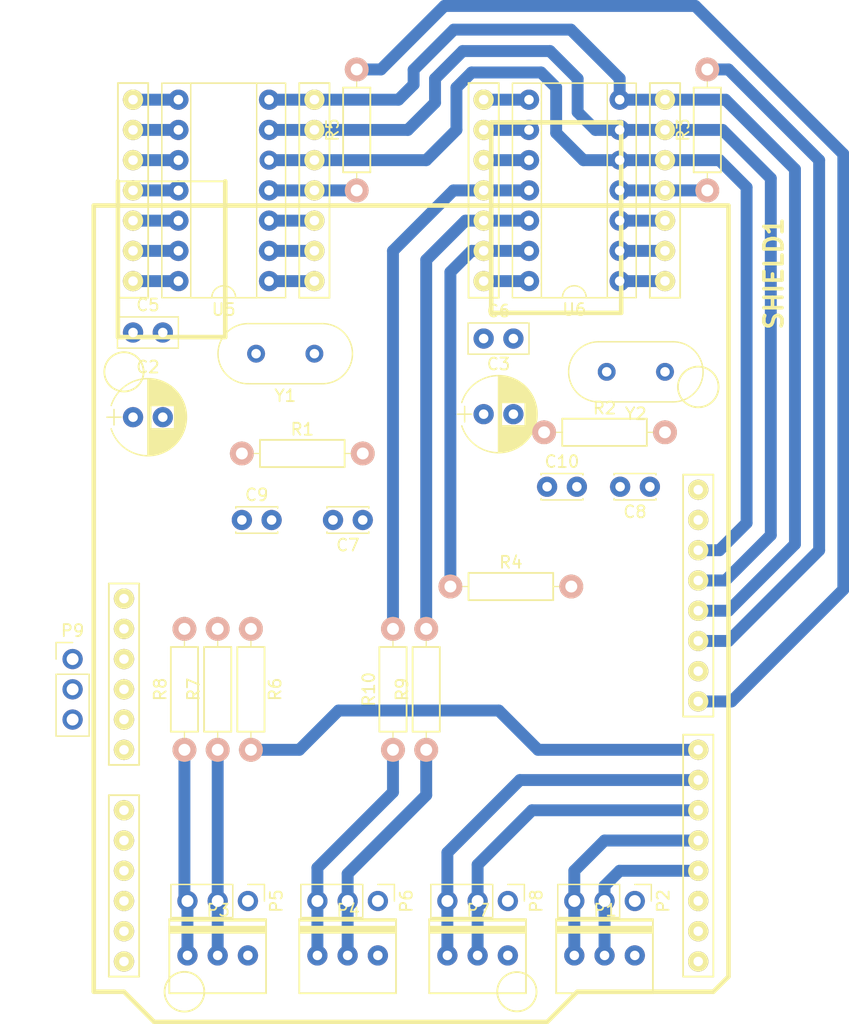
<source format=kicad_pcb>
(kicad_pcb (version 4) (host pcbnew 4.0.2+dfsg1-stable)

  (general
    (links 103)
    (no_connects 45)
    (area 66.554809 53.563999 139.476002 141.198501)
    (thickness 1.6)
    (drawings 0)
    (tracks 125)
    (zones 0)
    (modules 32)
    (nets 49)
  )

  (page A4)
  (layers
    (0 F.Cu signal)
    (31 B.Cu signal)
    (32 B.Adhes user)
    (33 F.Adhes user)
    (34 B.Paste user)
    (35 F.Paste user)
    (36 B.SilkS user)
    (37 F.SilkS user)
    (38 B.Mask user)
    (39 F.Mask user)
    (40 Dwgs.User user)
    (41 Cmts.User user)
    (42 Eco1.User user)
    (43 Eco2.User user)
    (44 Edge.Cuts user)
    (45 Margin user)
    (46 B.CrtYd user)
    (47 F.CrtYd user)
    (48 B.Fab user)
    (49 F.Fab user)
  )

  (setup
    (last_trace_width 1)
    (trace_clearance 0.8)
    (zone_clearance 0.508)
    (zone_45_only no)
    (trace_min 0.2)
    (segment_width 0.2)
    (edge_width 0.15)
    (via_size 0.6)
    (via_drill 0.4)
    (via_min_size 0.4)
    (via_min_drill 0.3)
    (uvia_size 0.3)
    (uvia_drill 0.1)
    (uvias_allowed no)
    (uvia_min_size 0.2)
    (uvia_min_drill 0.1)
    (pcb_text_width 0.3)
    (pcb_text_size 1.5 1.5)
    (mod_edge_width 0.15)
    (mod_text_size 1 1)
    (mod_text_width 0.15)
    (pad_size 1.524 1.524)
    (pad_drill 0.762)
    (pad_to_mask_clearance 0.2)
    (aux_axis_origin 0 0)
    (visible_elements FFFFFF7F)
    (pcbplotparams
      (layerselection 0x00030_80000001)
      (usegerberextensions false)
      (excludeedgelayer true)
      (linewidth 0.100000)
      (plotframeref false)
      (viasonmask false)
      (mode 1)
      (useauxorigin false)
      (hpglpennumber 1)
      (hpglpenspeed 20)
      (hpglpendiameter 15)
      (hpglpenoverlay 2)
      (psnegative false)
      (psa4output false)
      (plotreference true)
      (plotvalue true)
      (plotinvisibletext false)
      (padsonsilk false)
      (subtractmaskfromsilk false)
      (outputformat 1)
      (mirror false)
      (drillshape 1)
      (scaleselection 1)
      (outputdirectory ""))
  )

  (net 0 "")
  (net 1 +5V)
  (net 2 GND)
  (net 3 "Net-(C7-Pad1)")
  (net 4 "Net-(C8-Pad1)")
  (net 5 "Net-(C9-Pad1)")
  (net 6 "Net-(C10-Pad1)")
  (net 7 DRV_EN)
  (net 8 DRV_PWM)
  (net 9 B_C1)
  (net 10 A_C1)
  (net 11 B_C2)
  (net 12 A_C2)
  (net 13 LIMSW_2)
  (net 14 LIMSW_1)
  (net 15 "Net-(SHIELD1-Pad28)")
  (net 16 "Net-(SHIELD1-Pad27)")
  (net 17 "Net-(SHIELD1-Pad26)")
  (net 18 "Net-(SHIELD1-Pad23)")
  (net 19 "Net-(SHIELD1-Pad24)")
  (net 20 "Net-(SHIELD1-Pad25)")
  (net 21 "Net-(SHIELD1-Pad22)")
  (net 22 "Net-(SHIELD1-Pad18)")
  (net 23 "Net-(SHIELD1-Pad17)")
  (net 24 "Net-(SHIELD1-Pad1)")
  (net 25 "Net-(SHIELD1-Pad2)")
  (net 26 "Net-(SHIELD1-Pad3)")
  (net 27 EN_C1)
  (net 28 EN_C2)
  (net 29 SS_C1)
  (net 30 SS_C2)
  (net 31 MOSI)
  (net 32 MISO)
  (net 33 SCK)
  (net 34 "Net-(SHIELD1-Pad16)")
  (net 35 "Net-(U5-Pad8)")
  (net 36 "Net-(U5-Pad9)")
  (net 37 "Net-(U5-Pad10)")
  (net 38 "Net-(U6-Pad8)")
  (net 39 "Net-(U6-Pad9)")
  (net 40 "Net-(U6-Pad10)")
  (net 41 "Net-(R5-Pad2)")
  (net 42 "Net-(R4-Pad2)")
  (net 43 "Net-(R3-Pad2)")
  (net 44 "Net-(R6-Pad2)")
  (net 45 "Net-(R7-Pad2)")
  (net 46 "Net-(R8-Pad2)")
  (net 47 "Net-(R9-Pad2)")
  (net 48 "Net-(R10-Pad2)")

  (net_class Default "This is the default net class."
    (clearance 0.8)
    (trace_width 1)
    (via_dia 0.6)
    (via_drill 0.4)
    (uvia_dia 0.3)
    (uvia_drill 0.1)
    (add_net +5V)
    (add_net A_C1)
    (add_net A_C2)
    (add_net B_C1)
    (add_net B_C2)
    (add_net DRV_EN)
    (add_net DRV_PWM)
    (add_net EN_C1)
    (add_net EN_C2)
    (add_net GND)
    (add_net LIMSW_1)
    (add_net LIMSW_2)
    (add_net MISO)
    (add_net MOSI)
    (add_net "Net-(C10-Pad1)")
    (add_net "Net-(C7-Pad1)")
    (add_net "Net-(C8-Pad1)")
    (add_net "Net-(C9-Pad1)")
    (add_net "Net-(R10-Pad2)")
    (add_net "Net-(R3-Pad2)")
    (add_net "Net-(R4-Pad2)")
    (add_net "Net-(R5-Pad2)")
    (add_net "Net-(R6-Pad2)")
    (add_net "Net-(R7-Pad2)")
    (add_net "Net-(R8-Pad2)")
    (add_net "Net-(R9-Pad2)")
    (add_net "Net-(SHIELD1-Pad1)")
    (add_net "Net-(SHIELD1-Pad16)")
    (add_net "Net-(SHIELD1-Pad17)")
    (add_net "Net-(SHIELD1-Pad18)")
    (add_net "Net-(SHIELD1-Pad2)")
    (add_net "Net-(SHIELD1-Pad22)")
    (add_net "Net-(SHIELD1-Pad23)")
    (add_net "Net-(SHIELD1-Pad24)")
    (add_net "Net-(SHIELD1-Pad25)")
    (add_net "Net-(SHIELD1-Pad26)")
    (add_net "Net-(SHIELD1-Pad27)")
    (add_net "Net-(SHIELD1-Pad28)")
    (add_net "Net-(SHIELD1-Pad3)")
    (add_net "Net-(U5-Pad10)")
    (add_net "Net-(U5-Pad8)")
    (add_net "Net-(U5-Pad9)")
    (add_net "Net-(U6-Pad10)")
    (add_net "Net-(U6-Pad8)")
    (add_net "Net-(U6-Pad9)")
    (add_net SCK)
    (add_net SS_C1)
    (add_net SS_C2)
  )

  (module Maplex_Misc:ARDUINO_SHIELD (layer F.Cu) (tedit 596AC2A7) (tstamp 596AD119)
    (at 75.184 71.628 270)
    (path /596AD80B)
    (fp_text reference SHIELD1 (at 5.715 -57.15 270) (layer F.SilkS)
      (effects (font (thickness 0.3048)))
    )
    (fp_text value ARDUINO_SHIELD (at 10.16 -54.61 270) (layer F.Fab) hide
      (effects (font (thickness 0.3048)))
    )
    (fp_line (start 46.99 -1.27) (end 46.99 -3.81) (layer F.SilkS) (width 0.15))
    (fp_line (start 46.99 -3.81) (end 31.75 -3.81) (layer F.SilkS) (width 0.15))
    (fp_line (start 31.75 -3.81) (end 31.75 -1.27) (layer F.SilkS) (width 0.15))
    (fp_line (start 31.75 -1.27) (end 46.99 -1.27) (layer F.SilkS) (width 0.15))
    (fp_line (start 64.77 -1.27) (end 64.77 -3.81) (layer F.SilkS) (width 0.15))
    (fp_line (start 64.77 -3.81) (end 49.53 -3.81) (layer F.SilkS) (width 0.15))
    (fp_line (start 49.53 -3.81) (end 49.53 -1.27) (layer F.SilkS) (width 0.15))
    (fp_line (start 49.53 -1.27) (end 64.77 -1.27) (layer F.SilkS) (width 0.15))
    (fp_line (start 44.45 -49.53) (end 64.77 -49.53) (layer F.SilkS) (width 0.15))
    (fp_line (start 64.77 -49.53) (end 64.77 -52.07) (layer F.SilkS) (width 0.15))
    (fp_line (start 64.77 -52.07) (end 44.45 -52.07) (layer F.SilkS) (width 0.15))
    (fp_line (start 44.45 -52.07) (end 44.45 -49.53) (layer F.SilkS) (width 0.15))
    (fp_line (start 42.926 -52.07) (end 42.926 -49.53) (layer F.SilkS) (width 0.15))
    (fp_line (start 42.926 -49.53) (end 22.606 -49.53) (layer F.SilkS) (width 0.15))
    (fp_line (start 22.606 -49.53) (end 22.606 -52.07) (layer F.SilkS) (width 0.15))
    (fp_line (start 22.606 -52.07) (end 42.926 -52.07) (layer F.SilkS) (width 0.15))
    (fp_line (start -2.032 -11.049) (end 11.049 -11.049) (layer F.SilkS) (width 0.381))
    (fp_line (start 11.049 -11.049) (end 11.049 -2.032) (layer F.SilkS) (width 0.381))
    (fp_line (start -2.032 -2.032) (end -2.032 -11.049) (layer F.SilkS) (width 0.15))
    (fp_line (start -2.032 -2.032) (end 11.049 -2.032) (layer F.SilkS) (width 0.381))
    (fp_line (start -6.985 -33.401) (end 9.017 -33.401) (layer F.SilkS) (width 0.381))
    (fp_line (start -6.985 -44.323) (end 9.017 -44.323) (layer F.SilkS) (width 0.381))
    (fp_line (start 9.017 -44.323) (end 9.017 -33.401) (layer F.SilkS) (width 0.381))
    (fp_line (start -6.985 -44.323) (end -6.985 -33.401) (layer F.SilkS) (width 0.381))
    (fp_circle (center 15.24 -50.8) (end 16.383 -49.53) (layer F.SilkS) (width 0.15))
    (fp_circle (center 13.97 -2.54) (end 14.605 -4.064) (layer F.SilkS) (width 0.15))
    (fp_circle (center 66.04 -35.56) (end 66.04 -37.211) (layer F.SilkS) (width 0.15))
    (fp_circle (center 66.04 -7.62) (end 66.294 -9.271) (layer F.SilkS) (width 0.15))
    (fp_line (start 66.04 -40.64) (end 66.04 -52.07) (layer F.SilkS) (width 0.381))
    (fp_line (start 66.04 -52.07) (end 64.77 -53.34) (layer F.SilkS) (width 0.381))
    (fp_line (start 64.77 -53.34) (end 0 -53.34) (layer F.SilkS) (width 0.381))
    (fp_line (start 66.04 0) (end 0 0) (layer F.SilkS) (width 0.381))
    (fp_line (start 0 0) (end 0 -53.34) (layer F.SilkS) (width 0.381))
    (fp_line (start 66.04 -40.64) (end 68.58 -38.1) (layer F.SilkS) (width 0.381))
    (fp_line (start 68.58 -38.1) (end 68.58 -5.08) (layer F.SilkS) (width 0.381))
    (fp_line (start 68.58 -5.08) (end 66.04 -2.54) (layer F.SilkS) (width 0.381))
    (fp_line (start 66.04 -2.54) (end 66.04 0) (layer F.SilkS) (width 0.381))
    (pad 28 thru_hole circle (at 63.5 -2.54) (size 1.7 1.7) (drill 0.8) (layers *.Cu *.Mask F.SilkS)
      (net 15 "Net-(SHIELD1-Pad28)"))
    (pad 27 thru_hole circle (at 60.96 -2.54) (size 1.7 1.7) (drill 0.8) (layers *.Cu *.Mask F.SilkS)
      (net 16 "Net-(SHIELD1-Pad27)"))
    (pad 26 thru_hole circle (at 58.42 -2.54) (size 1.7 1.7) (drill 0.8) (layers *.Cu *.Mask F.SilkS)
      (net 17 "Net-(SHIELD1-Pad26)"))
    (pad 23 thru_hole circle (at 50.8 -2.54) (size 1.7 1.7) (drill 0.8) (layers *.Cu *.Mask F.SilkS)
      (net 18 "Net-(SHIELD1-Pad23)"))
    (pad 24 thru_hole circle (at 53.34 -2.54) (size 1.7 1.7) (drill 0.8) (layers *.Cu *.Mask F.SilkS)
      (net 19 "Net-(SHIELD1-Pad24)"))
    (pad 25 thru_hole circle (at 55.88 -2.54) (size 1.7 1.7) (drill 0.8) (layers *.Cu *.Mask F.SilkS)
      (net 20 "Net-(SHIELD1-Pad25)"))
    (pad 22 thru_hole circle (at 45.72 -2.54) (size 1.7 1.7) (drill 0.8) (layers *.Cu *.Mask F.SilkS)
      (net 21 "Net-(SHIELD1-Pad22)"))
    (pad 21 thru_hole circle (at 43.18 -2.54) (size 1.7 1.7) (drill 0.8) (layers *.Cu *.Mask F.SilkS)
      (net 2 GND))
    (pad 20 thru_hole circle (at 40.64 -2.54) (size 1.7 1.7) (drill 0.8) (layers *.Cu *.Mask F.SilkS)
      (net 2 GND))
    (pad 18 thru_hole circle (at 35.56 -2.54) (size 1.7 1.7) (drill 0.8) (layers *.Cu *.Mask F.SilkS)
      (net 22 "Net-(SHIELD1-Pad18)"))
    (pad 17 thru_hole circle (at 33.02 -2.54) (size 1.7 1.7) (drill 0.8) (layers *.Cu *.Mask F.SilkS)
      (net 23 "Net-(SHIELD1-Pad17)"))
    (pad 1 thru_hole circle (at 63.5 -50.8) (size 1.7 1.7) (drill 0.8) (layers *.Cu *.Mask F.SilkS)
      (net 24 "Net-(SHIELD1-Pad1)"))
    (pad 2 thru_hole circle (at 60.96 -50.8) (size 1.7 1.7) (drill 0.8) (layers *.Cu *.Mask F.SilkS)
      (net 25 "Net-(SHIELD1-Pad2)"))
    (pad 3 thru_hole circle (at 58.42 -50.8) (size 1.7 1.7) (drill 0.8) (layers *.Cu *.Mask F.SilkS)
      (net 26 "Net-(SHIELD1-Pad3)"))
    (pad 4 thru_hole circle (at 55.88 -50.8) (size 1.7 1.7) (drill 0.8) (layers *.Cu *.Mask F.SilkS)
      (net 8 DRV_PWM))
    (pad 5 thru_hole circle (at 53.34 -50.8) (size 1.7 1.7) (drill 0.8) (layers *.Cu *.Mask F.SilkS)
      (net 7 DRV_EN))
    (pad 6 thru_hole circle (at 50.8 -50.8) (size 1.7 1.7) (drill 0.8) (layers *.Cu *.Mask F.SilkS)
      (net 14 LIMSW_1))
    (pad 7 thru_hole circle (at 48.26 -50.8) (size 1.7 1.7) (drill 0.8) (layers *.Cu *.Mask F.SilkS)
      (net 13 LIMSW_2))
    (pad 8 thru_hole circle (at 45.72 -50.8) (size 1.7 1.7) (drill 0.8) (layers *.Cu *.Mask F.SilkS)
      (net 44 "Net-(R6-Pad2)"))
    (pad 9 thru_hole circle (at 41.656 -50.8) (size 1.7 1.7) (drill 0.8) (layers *.Cu *.Mask F.SilkS)
      (net 41 "Net-(R5-Pad2)"))
    (pad 10 thru_hole circle (at 39.116 -50.8) (size 1.7 1.7) (drill 0.8) (layers *.Cu *.Mask F.SilkS)
      (net 42 "Net-(R4-Pad2)"))
    (pad 11 thru_hole circle (at 36.576 -50.8) (size 1.7 1.7) (drill 0.8) (layers *.Cu *.Mask F.SilkS)
      (net 43 "Net-(R3-Pad2)"))
    (pad 12 thru_hole circle (at 34.036 -50.8) (size 1.7 1.7) (drill 0.8) (layers *.Cu *.Mask F.SilkS)
      (net 31 MOSI))
    (pad 13 thru_hole circle (at 31.496 -50.8) (size 1.7 1.7) (drill 0.8) (layers *.Cu *.Mask F.SilkS)
      (net 32 MISO))
    (pad 14 thru_hole circle (at 28.956 -50.8) (size 1.7 1.7) (drill 0.8) (layers *.Cu *.Mask F.SilkS)
      (net 33 SCK))
    (pad 15 thru_hole circle (at 26.416 -50.8) (size 1.7 1.7) (drill 0.8) (layers *.Cu *.Mask F.SilkS)
      (net 2 GND))
    (pad 16 thru_hole circle (at 23.876 -50.8) (size 1.7 1.7) (drill 0.8) (layers *.Cu *.Mask F.SilkS)
      (net 34 "Net-(SHIELD1-Pad16)"))
    (pad 19 thru_hole circle (at 38.1 -2.54) (size 1.7 1.7) (drill 0.8) (layers *.Cu *.Mask F.SilkS)
      (net 1 +5V))
  )

  (module Maplex_Misc:CP_Radial_D6.3mm_P2.50mm (layer F.Cu) (tedit 59631AF3) (tstamp 596AD084)
    (at 78.486 89.408)
    (descr "CP, Radial series, Radial, pin pitch=2.50mm, , diameter=6.3mm, Electrolytic Capacitor")
    (tags "CP Radial series Radial pin pitch 2.50mm  diameter 6.3mm Electrolytic Capacitor")
    (path /592E6761)
    (fp_text reference C2 (at 1.25 -4.21) (layer F.SilkS)
      (effects (font (size 1 1) (thickness 0.15)))
    )
    (fp_text value 10uF (at 1.25 4.21) (layer F.Fab)
      (effects (font (size 1 1) (thickness 0.15)))
    )
    (fp_arc (start 1.25 0) (end -1.838236 -0.98) (angle 144.8) (layer F.SilkS) (width 0.12))
    (fp_arc (start 1.25 0) (end -1.838236 0.98) (angle -144.8) (layer F.SilkS) (width 0.12))
    (fp_arc (start 1.25 0) (end 4.338236 -0.98) (angle 35.2) (layer F.SilkS) (width 0.12))
    (fp_circle (center 1.25 0) (end 4.4 0) (layer F.Fab) (width 0.1))
    (fp_line (start -2.2 0) (end -1 0) (layer F.Fab) (width 0.1))
    (fp_line (start -1.6 -0.65) (end -1.6 0.65) (layer F.Fab) (width 0.1))
    (fp_line (start 1.25 -3.2) (end 1.25 3.2) (layer F.SilkS) (width 0.12))
    (fp_line (start 1.29 -3.2) (end 1.29 3.2) (layer F.SilkS) (width 0.12))
    (fp_line (start 1.33 -3.2) (end 1.33 3.2) (layer F.SilkS) (width 0.12))
    (fp_line (start 1.37 -3.198) (end 1.37 3.198) (layer F.SilkS) (width 0.12))
    (fp_line (start 1.41 -3.197) (end 1.41 3.197) (layer F.SilkS) (width 0.12))
    (fp_line (start 1.45 -3.194) (end 1.45 3.194) (layer F.SilkS) (width 0.12))
    (fp_line (start 1.49 -3.192) (end 1.49 3.192) (layer F.SilkS) (width 0.12))
    (fp_line (start 1.53 -3.188) (end 1.53 -0.98) (layer F.SilkS) (width 0.12))
    (fp_line (start 1.53 0.98) (end 1.53 3.188) (layer F.SilkS) (width 0.12))
    (fp_line (start 1.57 -3.185) (end 1.57 -0.98) (layer F.SilkS) (width 0.12))
    (fp_line (start 1.57 0.98) (end 1.57 3.185) (layer F.SilkS) (width 0.12))
    (fp_line (start 1.61 -3.18) (end 1.61 -0.98) (layer F.SilkS) (width 0.12))
    (fp_line (start 1.61 0.98) (end 1.61 3.18) (layer F.SilkS) (width 0.12))
    (fp_line (start 1.65 -3.176) (end 1.65 -0.98) (layer F.SilkS) (width 0.12))
    (fp_line (start 1.65 0.98) (end 1.65 3.176) (layer F.SilkS) (width 0.12))
    (fp_line (start 1.69 -3.17) (end 1.69 -0.98) (layer F.SilkS) (width 0.12))
    (fp_line (start 1.69 0.98) (end 1.69 3.17) (layer F.SilkS) (width 0.12))
    (fp_line (start 1.73 -3.165) (end 1.73 -0.98) (layer F.SilkS) (width 0.12))
    (fp_line (start 1.73 0.98) (end 1.73 3.165) (layer F.SilkS) (width 0.12))
    (fp_line (start 1.77 -3.158) (end 1.77 -0.98) (layer F.SilkS) (width 0.12))
    (fp_line (start 1.77 0.98) (end 1.77 3.158) (layer F.SilkS) (width 0.12))
    (fp_line (start 1.81 -3.152) (end 1.81 -0.98) (layer F.SilkS) (width 0.12))
    (fp_line (start 1.81 0.98) (end 1.81 3.152) (layer F.SilkS) (width 0.12))
    (fp_line (start 1.85 -3.144) (end 1.85 -0.98) (layer F.SilkS) (width 0.12))
    (fp_line (start 1.85 0.98) (end 1.85 3.144) (layer F.SilkS) (width 0.12))
    (fp_line (start 1.89 -3.137) (end 1.89 -0.98) (layer F.SilkS) (width 0.12))
    (fp_line (start 1.89 0.98) (end 1.89 3.137) (layer F.SilkS) (width 0.12))
    (fp_line (start 1.93 -3.128) (end 1.93 -0.98) (layer F.SilkS) (width 0.12))
    (fp_line (start 1.93 0.98) (end 1.93 3.128) (layer F.SilkS) (width 0.12))
    (fp_line (start 1.971 -3.119) (end 1.971 -0.98) (layer F.SilkS) (width 0.12))
    (fp_line (start 1.971 0.98) (end 1.971 3.119) (layer F.SilkS) (width 0.12))
    (fp_line (start 2.011 -3.11) (end 2.011 -0.98) (layer F.SilkS) (width 0.12))
    (fp_line (start 2.011 0.98) (end 2.011 3.11) (layer F.SilkS) (width 0.12))
    (fp_line (start 2.051 -3.1) (end 2.051 -0.98) (layer F.SilkS) (width 0.12))
    (fp_line (start 2.051 0.98) (end 2.051 3.1) (layer F.SilkS) (width 0.12))
    (fp_line (start 2.091 -3.09) (end 2.091 -0.98) (layer F.SilkS) (width 0.12))
    (fp_line (start 2.091 0.98) (end 2.091 3.09) (layer F.SilkS) (width 0.12))
    (fp_line (start 2.131 -3.079) (end 2.131 -0.98) (layer F.SilkS) (width 0.12))
    (fp_line (start 2.131 0.98) (end 2.131 3.079) (layer F.SilkS) (width 0.12))
    (fp_line (start 2.171 -3.067) (end 2.171 -0.98) (layer F.SilkS) (width 0.12))
    (fp_line (start 2.171 0.98) (end 2.171 3.067) (layer F.SilkS) (width 0.12))
    (fp_line (start 2.211 -3.055) (end 2.211 -0.98) (layer F.SilkS) (width 0.12))
    (fp_line (start 2.211 0.98) (end 2.211 3.055) (layer F.SilkS) (width 0.12))
    (fp_line (start 2.251 -3.042) (end 2.251 -0.98) (layer F.SilkS) (width 0.12))
    (fp_line (start 2.251 0.98) (end 2.251 3.042) (layer F.SilkS) (width 0.12))
    (fp_line (start 2.291 -3.029) (end 2.291 -0.98) (layer F.SilkS) (width 0.12))
    (fp_line (start 2.291 0.98) (end 2.291 3.029) (layer F.SilkS) (width 0.12))
    (fp_line (start 2.331 -3.015) (end 2.331 -0.98) (layer F.SilkS) (width 0.12))
    (fp_line (start 2.331 0.98) (end 2.331 3.015) (layer F.SilkS) (width 0.12))
    (fp_line (start 2.371 -3.001) (end 2.371 -0.98) (layer F.SilkS) (width 0.12))
    (fp_line (start 2.371 0.98) (end 2.371 3.001) (layer F.SilkS) (width 0.12))
    (fp_line (start 2.411 -2.986) (end 2.411 -0.98) (layer F.SilkS) (width 0.12))
    (fp_line (start 2.411 0.98) (end 2.411 2.986) (layer F.SilkS) (width 0.12))
    (fp_line (start 2.451 -2.97) (end 2.451 -0.98) (layer F.SilkS) (width 0.12))
    (fp_line (start 2.451 0.98) (end 2.451 2.97) (layer F.SilkS) (width 0.12))
    (fp_line (start 2.491 -2.954) (end 2.491 -0.98) (layer F.SilkS) (width 0.12))
    (fp_line (start 2.491 0.98) (end 2.491 2.954) (layer F.SilkS) (width 0.12))
    (fp_line (start 2.531 -2.937) (end 2.531 -0.98) (layer F.SilkS) (width 0.12))
    (fp_line (start 2.531 0.98) (end 2.531 2.937) (layer F.SilkS) (width 0.12))
    (fp_line (start 2.571 -2.919) (end 2.571 -0.98) (layer F.SilkS) (width 0.12))
    (fp_line (start 2.571 0.98) (end 2.571 2.919) (layer F.SilkS) (width 0.12))
    (fp_line (start 2.611 -2.901) (end 2.611 -0.98) (layer F.SilkS) (width 0.12))
    (fp_line (start 2.611 0.98) (end 2.611 2.901) (layer F.SilkS) (width 0.12))
    (fp_line (start 2.651 -2.882) (end 2.651 -0.98) (layer F.SilkS) (width 0.12))
    (fp_line (start 2.651 0.98) (end 2.651 2.882) (layer F.SilkS) (width 0.12))
    (fp_line (start 2.691 -2.863) (end 2.691 -0.98) (layer F.SilkS) (width 0.12))
    (fp_line (start 2.691 0.98) (end 2.691 2.863) (layer F.SilkS) (width 0.12))
    (fp_line (start 2.731 -2.843) (end 2.731 -0.98) (layer F.SilkS) (width 0.12))
    (fp_line (start 2.731 0.98) (end 2.731 2.843) (layer F.SilkS) (width 0.12))
    (fp_line (start 2.771 -2.822) (end 2.771 -0.98) (layer F.SilkS) (width 0.12))
    (fp_line (start 2.771 0.98) (end 2.771 2.822) (layer F.SilkS) (width 0.12))
    (fp_line (start 2.811 -2.8) (end 2.811 -0.98) (layer F.SilkS) (width 0.12))
    (fp_line (start 2.811 0.98) (end 2.811 2.8) (layer F.SilkS) (width 0.12))
    (fp_line (start 2.851 -2.778) (end 2.851 -0.98) (layer F.SilkS) (width 0.12))
    (fp_line (start 2.851 0.98) (end 2.851 2.778) (layer F.SilkS) (width 0.12))
    (fp_line (start 2.891 -2.755) (end 2.891 -0.98) (layer F.SilkS) (width 0.12))
    (fp_line (start 2.891 0.98) (end 2.891 2.755) (layer F.SilkS) (width 0.12))
    (fp_line (start 2.931 -2.731) (end 2.931 -0.98) (layer F.SilkS) (width 0.12))
    (fp_line (start 2.931 0.98) (end 2.931 2.731) (layer F.SilkS) (width 0.12))
    (fp_line (start 2.971 -2.706) (end 2.971 -0.98) (layer F.SilkS) (width 0.12))
    (fp_line (start 2.971 0.98) (end 2.971 2.706) (layer F.SilkS) (width 0.12))
    (fp_line (start 3.011 -2.681) (end 3.011 -0.98) (layer F.SilkS) (width 0.12))
    (fp_line (start 3.011 0.98) (end 3.011 2.681) (layer F.SilkS) (width 0.12))
    (fp_line (start 3.051 -2.654) (end 3.051 -0.98) (layer F.SilkS) (width 0.12))
    (fp_line (start 3.051 0.98) (end 3.051 2.654) (layer F.SilkS) (width 0.12))
    (fp_line (start 3.091 -2.627) (end 3.091 -0.98) (layer F.SilkS) (width 0.12))
    (fp_line (start 3.091 0.98) (end 3.091 2.627) (layer F.SilkS) (width 0.12))
    (fp_line (start 3.131 -2.599) (end 3.131 -0.98) (layer F.SilkS) (width 0.12))
    (fp_line (start 3.131 0.98) (end 3.131 2.599) (layer F.SilkS) (width 0.12))
    (fp_line (start 3.171 -2.57) (end 3.171 -0.98) (layer F.SilkS) (width 0.12))
    (fp_line (start 3.171 0.98) (end 3.171 2.57) (layer F.SilkS) (width 0.12))
    (fp_line (start 3.211 -2.54) (end 3.211 -0.98) (layer F.SilkS) (width 0.12))
    (fp_line (start 3.211 0.98) (end 3.211 2.54) (layer F.SilkS) (width 0.12))
    (fp_line (start 3.251 -2.51) (end 3.251 -0.98) (layer F.SilkS) (width 0.12))
    (fp_line (start 3.251 0.98) (end 3.251 2.51) (layer F.SilkS) (width 0.12))
    (fp_line (start 3.291 -2.478) (end 3.291 -0.98) (layer F.SilkS) (width 0.12))
    (fp_line (start 3.291 0.98) (end 3.291 2.478) (layer F.SilkS) (width 0.12))
    (fp_line (start 3.331 -2.445) (end 3.331 -0.98) (layer F.SilkS) (width 0.12))
    (fp_line (start 3.331 0.98) (end 3.331 2.445) (layer F.SilkS) (width 0.12))
    (fp_line (start 3.371 -2.411) (end 3.371 -0.98) (layer F.SilkS) (width 0.12))
    (fp_line (start 3.371 0.98) (end 3.371 2.411) (layer F.SilkS) (width 0.12))
    (fp_line (start 3.411 -2.375) (end 3.411 -0.98) (layer F.SilkS) (width 0.12))
    (fp_line (start 3.411 0.98) (end 3.411 2.375) (layer F.SilkS) (width 0.12))
    (fp_line (start 3.451 -2.339) (end 3.451 -0.98) (layer F.SilkS) (width 0.12))
    (fp_line (start 3.451 0.98) (end 3.451 2.339) (layer F.SilkS) (width 0.12))
    (fp_line (start 3.491 -2.301) (end 3.491 2.301) (layer F.SilkS) (width 0.12))
    (fp_line (start 3.531 -2.262) (end 3.531 2.262) (layer F.SilkS) (width 0.12))
    (fp_line (start 3.571 -2.222) (end 3.571 2.222) (layer F.SilkS) (width 0.12))
    (fp_line (start 3.611 -2.18) (end 3.611 2.18) (layer F.SilkS) (width 0.12))
    (fp_line (start 3.651 -2.137) (end 3.651 2.137) (layer F.SilkS) (width 0.12))
    (fp_line (start 3.691 -2.092) (end 3.691 2.092) (layer F.SilkS) (width 0.12))
    (fp_line (start 3.731 -2.045) (end 3.731 2.045) (layer F.SilkS) (width 0.12))
    (fp_line (start 3.771 -1.997) (end 3.771 1.997) (layer F.SilkS) (width 0.12))
    (fp_line (start 3.811 -1.946) (end 3.811 1.946) (layer F.SilkS) (width 0.12))
    (fp_line (start 3.851 -1.894) (end 3.851 1.894) (layer F.SilkS) (width 0.12))
    (fp_line (start 3.891 -1.839) (end 3.891 1.839) (layer F.SilkS) (width 0.12))
    (fp_line (start 3.931 -1.781) (end 3.931 1.781) (layer F.SilkS) (width 0.12))
    (fp_line (start 3.971 -1.721) (end 3.971 1.721) (layer F.SilkS) (width 0.12))
    (fp_line (start 4.011 -1.658) (end 4.011 1.658) (layer F.SilkS) (width 0.12))
    (fp_line (start 4.051 -1.591) (end 4.051 1.591) (layer F.SilkS) (width 0.12))
    (fp_line (start 4.091 -1.52) (end 4.091 1.52) (layer F.SilkS) (width 0.12))
    (fp_line (start 4.131 -1.445) (end 4.131 1.445) (layer F.SilkS) (width 0.12))
    (fp_line (start 4.171 -1.364) (end 4.171 1.364) (layer F.SilkS) (width 0.12))
    (fp_line (start 4.211 -1.278) (end 4.211 1.278) (layer F.SilkS) (width 0.12))
    (fp_line (start 4.251 -1.184) (end 4.251 1.184) (layer F.SilkS) (width 0.12))
    (fp_line (start 4.291 -1.081) (end 4.291 1.081) (layer F.SilkS) (width 0.12))
    (fp_line (start 4.331 -0.966) (end 4.331 0.966) (layer F.SilkS) (width 0.12))
    (fp_line (start 4.371 -0.834) (end 4.371 0.834) (layer F.SilkS) (width 0.12))
    (fp_line (start 4.411 -0.676) (end 4.411 0.676) (layer F.SilkS) (width 0.12))
    (fp_line (start 4.451 -0.468) (end 4.451 0.468) (layer F.SilkS) (width 0.12))
    (fp_line (start -2.2 0) (end -1 0) (layer F.SilkS) (width 0.12))
    (fp_line (start -1.6 -0.65) (end -1.6 0.65) (layer F.SilkS) (width 0.12))
    (fp_line (start -2.25 -3.5) (end -2.25 3.5) (layer F.CrtYd) (width 0.05))
    (fp_line (start -2.25 3.5) (end 4.75 3.5) (layer F.CrtYd) (width 0.05))
    (fp_line (start 4.75 3.5) (end 4.75 -3.5) (layer F.CrtYd) (width 0.05))
    (fp_line (start 4.75 -3.5) (end -2.25 -3.5) (layer F.CrtYd) (width 0.05))
    (pad 1 thru_hole circle (at 0 0) (size 1.7 1.7) (drill 0.8) (layers *.Cu *.Mask)
      (net 1 +5V))
    (pad 2 thru_hole circle (at 2.5 0) (size 1.7 1.7) (drill 0.8) (layers *.Cu *.Mask)
      (net 2 GND))
    (model Capacitors_THT.3dshapes/CP_Radial_D6.3mm_P2.50mm.wrl
      (at (xyz 0 0 0))
      (scale (xyz 0.393701 0.393701 0.393701))
      (rotate (xyz 0 0 0))
    )
  )

  (module Maplex_Misc:CP_Radial_D6.3mm_P2.50mm (layer F.Cu) (tedit 59631AF3) (tstamp 596AD08A)
    (at 107.95 89.154)
    (descr "CP, Radial series, Radial, pin pitch=2.50mm, , diameter=6.3mm, Electrolytic Capacitor")
    (tags "CP Radial series Radial pin pitch 2.50mm  diameter 6.3mm Electrolytic Capacitor")
    (path /592E640F)
    (fp_text reference C3 (at 1.25 -4.21) (layer F.SilkS)
      (effects (font (size 1 1) (thickness 0.15)))
    )
    (fp_text value 10uF (at 1.25 4.21) (layer F.Fab)
      (effects (font (size 1 1) (thickness 0.15)))
    )
    (fp_arc (start 1.25 0) (end -1.838236 -0.98) (angle 144.8) (layer F.SilkS) (width 0.12))
    (fp_arc (start 1.25 0) (end -1.838236 0.98) (angle -144.8) (layer F.SilkS) (width 0.12))
    (fp_arc (start 1.25 0) (end 4.338236 -0.98) (angle 35.2) (layer F.SilkS) (width 0.12))
    (fp_circle (center 1.25 0) (end 4.4 0) (layer F.Fab) (width 0.1))
    (fp_line (start -2.2 0) (end -1 0) (layer F.Fab) (width 0.1))
    (fp_line (start -1.6 -0.65) (end -1.6 0.65) (layer F.Fab) (width 0.1))
    (fp_line (start 1.25 -3.2) (end 1.25 3.2) (layer F.SilkS) (width 0.12))
    (fp_line (start 1.29 -3.2) (end 1.29 3.2) (layer F.SilkS) (width 0.12))
    (fp_line (start 1.33 -3.2) (end 1.33 3.2) (layer F.SilkS) (width 0.12))
    (fp_line (start 1.37 -3.198) (end 1.37 3.198) (layer F.SilkS) (width 0.12))
    (fp_line (start 1.41 -3.197) (end 1.41 3.197) (layer F.SilkS) (width 0.12))
    (fp_line (start 1.45 -3.194) (end 1.45 3.194) (layer F.SilkS) (width 0.12))
    (fp_line (start 1.49 -3.192) (end 1.49 3.192) (layer F.SilkS) (width 0.12))
    (fp_line (start 1.53 -3.188) (end 1.53 -0.98) (layer F.SilkS) (width 0.12))
    (fp_line (start 1.53 0.98) (end 1.53 3.188) (layer F.SilkS) (width 0.12))
    (fp_line (start 1.57 -3.185) (end 1.57 -0.98) (layer F.SilkS) (width 0.12))
    (fp_line (start 1.57 0.98) (end 1.57 3.185) (layer F.SilkS) (width 0.12))
    (fp_line (start 1.61 -3.18) (end 1.61 -0.98) (layer F.SilkS) (width 0.12))
    (fp_line (start 1.61 0.98) (end 1.61 3.18) (layer F.SilkS) (width 0.12))
    (fp_line (start 1.65 -3.176) (end 1.65 -0.98) (layer F.SilkS) (width 0.12))
    (fp_line (start 1.65 0.98) (end 1.65 3.176) (layer F.SilkS) (width 0.12))
    (fp_line (start 1.69 -3.17) (end 1.69 -0.98) (layer F.SilkS) (width 0.12))
    (fp_line (start 1.69 0.98) (end 1.69 3.17) (layer F.SilkS) (width 0.12))
    (fp_line (start 1.73 -3.165) (end 1.73 -0.98) (layer F.SilkS) (width 0.12))
    (fp_line (start 1.73 0.98) (end 1.73 3.165) (layer F.SilkS) (width 0.12))
    (fp_line (start 1.77 -3.158) (end 1.77 -0.98) (layer F.SilkS) (width 0.12))
    (fp_line (start 1.77 0.98) (end 1.77 3.158) (layer F.SilkS) (width 0.12))
    (fp_line (start 1.81 -3.152) (end 1.81 -0.98) (layer F.SilkS) (width 0.12))
    (fp_line (start 1.81 0.98) (end 1.81 3.152) (layer F.SilkS) (width 0.12))
    (fp_line (start 1.85 -3.144) (end 1.85 -0.98) (layer F.SilkS) (width 0.12))
    (fp_line (start 1.85 0.98) (end 1.85 3.144) (layer F.SilkS) (width 0.12))
    (fp_line (start 1.89 -3.137) (end 1.89 -0.98) (layer F.SilkS) (width 0.12))
    (fp_line (start 1.89 0.98) (end 1.89 3.137) (layer F.SilkS) (width 0.12))
    (fp_line (start 1.93 -3.128) (end 1.93 -0.98) (layer F.SilkS) (width 0.12))
    (fp_line (start 1.93 0.98) (end 1.93 3.128) (layer F.SilkS) (width 0.12))
    (fp_line (start 1.971 -3.119) (end 1.971 -0.98) (layer F.SilkS) (width 0.12))
    (fp_line (start 1.971 0.98) (end 1.971 3.119) (layer F.SilkS) (width 0.12))
    (fp_line (start 2.011 -3.11) (end 2.011 -0.98) (layer F.SilkS) (width 0.12))
    (fp_line (start 2.011 0.98) (end 2.011 3.11) (layer F.SilkS) (width 0.12))
    (fp_line (start 2.051 -3.1) (end 2.051 -0.98) (layer F.SilkS) (width 0.12))
    (fp_line (start 2.051 0.98) (end 2.051 3.1) (layer F.SilkS) (width 0.12))
    (fp_line (start 2.091 -3.09) (end 2.091 -0.98) (layer F.SilkS) (width 0.12))
    (fp_line (start 2.091 0.98) (end 2.091 3.09) (layer F.SilkS) (width 0.12))
    (fp_line (start 2.131 -3.079) (end 2.131 -0.98) (layer F.SilkS) (width 0.12))
    (fp_line (start 2.131 0.98) (end 2.131 3.079) (layer F.SilkS) (width 0.12))
    (fp_line (start 2.171 -3.067) (end 2.171 -0.98) (layer F.SilkS) (width 0.12))
    (fp_line (start 2.171 0.98) (end 2.171 3.067) (layer F.SilkS) (width 0.12))
    (fp_line (start 2.211 -3.055) (end 2.211 -0.98) (layer F.SilkS) (width 0.12))
    (fp_line (start 2.211 0.98) (end 2.211 3.055) (layer F.SilkS) (width 0.12))
    (fp_line (start 2.251 -3.042) (end 2.251 -0.98) (layer F.SilkS) (width 0.12))
    (fp_line (start 2.251 0.98) (end 2.251 3.042) (layer F.SilkS) (width 0.12))
    (fp_line (start 2.291 -3.029) (end 2.291 -0.98) (layer F.SilkS) (width 0.12))
    (fp_line (start 2.291 0.98) (end 2.291 3.029) (layer F.SilkS) (width 0.12))
    (fp_line (start 2.331 -3.015) (end 2.331 -0.98) (layer F.SilkS) (width 0.12))
    (fp_line (start 2.331 0.98) (end 2.331 3.015) (layer F.SilkS) (width 0.12))
    (fp_line (start 2.371 -3.001) (end 2.371 -0.98) (layer F.SilkS) (width 0.12))
    (fp_line (start 2.371 0.98) (end 2.371 3.001) (layer F.SilkS) (width 0.12))
    (fp_line (start 2.411 -2.986) (end 2.411 -0.98) (layer F.SilkS) (width 0.12))
    (fp_line (start 2.411 0.98) (end 2.411 2.986) (layer F.SilkS) (width 0.12))
    (fp_line (start 2.451 -2.97) (end 2.451 -0.98) (layer F.SilkS) (width 0.12))
    (fp_line (start 2.451 0.98) (end 2.451 2.97) (layer F.SilkS) (width 0.12))
    (fp_line (start 2.491 -2.954) (end 2.491 -0.98) (layer F.SilkS) (width 0.12))
    (fp_line (start 2.491 0.98) (end 2.491 2.954) (layer F.SilkS) (width 0.12))
    (fp_line (start 2.531 -2.937) (end 2.531 -0.98) (layer F.SilkS) (width 0.12))
    (fp_line (start 2.531 0.98) (end 2.531 2.937) (layer F.SilkS) (width 0.12))
    (fp_line (start 2.571 -2.919) (end 2.571 -0.98) (layer F.SilkS) (width 0.12))
    (fp_line (start 2.571 0.98) (end 2.571 2.919) (layer F.SilkS) (width 0.12))
    (fp_line (start 2.611 -2.901) (end 2.611 -0.98) (layer F.SilkS) (width 0.12))
    (fp_line (start 2.611 0.98) (end 2.611 2.901) (layer F.SilkS) (width 0.12))
    (fp_line (start 2.651 -2.882) (end 2.651 -0.98) (layer F.SilkS) (width 0.12))
    (fp_line (start 2.651 0.98) (end 2.651 2.882) (layer F.SilkS) (width 0.12))
    (fp_line (start 2.691 -2.863) (end 2.691 -0.98) (layer F.SilkS) (width 0.12))
    (fp_line (start 2.691 0.98) (end 2.691 2.863) (layer F.SilkS) (width 0.12))
    (fp_line (start 2.731 -2.843) (end 2.731 -0.98) (layer F.SilkS) (width 0.12))
    (fp_line (start 2.731 0.98) (end 2.731 2.843) (layer F.SilkS) (width 0.12))
    (fp_line (start 2.771 -2.822) (end 2.771 -0.98) (layer F.SilkS) (width 0.12))
    (fp_line (start 2.771 0.98) (end 2.771 2.822) (layer F.SilkS) (width 0.12))
    (fp_line (start 2.811 -2.8) (end 2.811 -0.98) (layer F.SilkS) (width 0.12))
    (fp_line (start 2.811 0.98) (end 2.811 2.8) (layer F.SilkS) (width 0.12))
    (fp_line (start 2.851 -2.778) (end 2.851 -0.98) (layer F.SilkS) (width 0.12))
    (fp_line (start 2.851 0.98) (end 2.851 2.778) (layer F.SilkS) (width 0.12))
    (fp_line (start 2.891 -2.755) (end 2.891 -0.98) (layer F.SilkS) (width 0.12))
    (fp_line (start 2.891 0.98) (end 2.891 2.755) (layer F.SilkS) (width 0.12))
    (fp_line (start 2.931 -2.731) (end 2.931 -0.98) (layer F.SilkS) (width 0.12))
    (fp_line (start 2.931 0.98) (end 2.931 2.731) (layer F.SilkS) (width 0.12))
    (fp_line (start 2.971 -2.706) (end 2.971 -0.98) (layer F.SilkS) (width 0.12))
    (fp_line (start 2.971 0.98) (end 2.971 2.706) (layer F.SilkS) (width 0.12))
    (fp_line (start 3.011 -2.681) (end 3.011 -0.98) (layer F.SilkS) (width 0.12))
    (fp_line (start 3.011 0.98) (end 3.011 2.681) (layer F.SilkS) (width 0.12))
    (fp_line (start 3.051 -2.654) (end 3.051 -0.98) (layer F.SilkS) (width 0.12))
    (fp_line (start 3.051 0.98) (end 3.051 2.654) (layer F.SilkS) (width 0.12))
    (fp_line (start 3.091 -2.627) (end 3.091 -0.98) (layer F.SilkS) (width 0.12))
    (fp_line (start 3.091 0.98) (end 3.091 2.627) (layer F.SilkS) (width 0.12))
    (fp_line (start 3.131 -2.599) (end 3.131 -0.98) (layer F.SilkS) (width 0.12))
    (fp_line (start 3.131 0.98) (end 3.131 2.599) (layer F.SilkS) (width 0.12))
    (fp_line (start 3.171 -2.57) (end 3.171 -0.98) (layer F.SilkS) (width 0.12))
    (fp_line (start 3.171 0.98) (end 3.171 2.57) (layer F.SilkS) (width 0.12))
    (fp_line (start 3.211 -2.54) (end 3.211 -0.98) (layer F.SilkS) (width 0.12))
    (fp_line (start 3.211 0.98) (end 3.211 2.54) (layer F.SilkS) (width 0.12))
    (fp_line (start 3.251 -2.51) (end 3.251 -0.98) (layer F.SilkS) (width 0.12))
    (fp_line (start 3.251 0.98) (end 3.251 2.51) (layer F.SilkS) (width 0.12))
    (fp_line (start 3.291 -2.478) (end 3.291 -0.98) (layer F.SilkS) (width 0.12))
    (fp_line (start 3.291 0.98) (end 3.291 2.478) (layer F.SilkS) (width 0.12))
    (fp_line (start 3.331 -2.445) (end 3.331 -0.98) (layer F.SilkS) (width 0.12))
    (fp_line (start 3.331 0.98) (end 3.331 2.445) (layer F.SilkS) (width 0.12))
    (fp_line (start 3.371 -2.411) (end 3.371 -0.98) (layer F.SilkS) (width 0.12))
    (fp_line (start 3.371 0.98) (end 3.371 2.411) (layer F.SilkS) (width 0.12))
    (fp_line (start 3.411 -2.375) (end 3.411 -0.98) (layer F.SilkS) (width 0.12))
    (fp_line (start 3.411 0.98) (end 3.411 2.375) (layer F.SilkS) (width 0.12))
    (fp_line (start 3.451 -2.339) (end 3.451 -0.98) (layer F.SilkS) (width 0.12))
    (fp_line (start 3.451 0.98) (end 3.451 2.339) (layer F.SilkS) (width 0.12))
    (fp_line (start 3.491 -2.301) (end 3.491 2.301) (layer F.SilkS) (width 0.12))
    (fp_line (start 3.531 -2.262) (end 3.531 2.262) (layer F.SilkS) (width 0.12))
    (fp_line (start 3.571 -2.222) (end 3.571 2.222) (layer F.SilkS) (width 0.12))
    (fp_line (start 3.611 -2.18) (end 3.611 2.18) (layer F.SilkS) (width 0.12))
    (fp_line (start 3.651 -2.137) (end 3.651 2.137) (layer F.SilkS) (width 0.12))
    (fp_line (start 3.691 -2.092) (end 3.691 2.092) (layer F.SilkS) (width 0.12))
    (fp_line (start 3.731 -2.045) (end 3.731 2.045) (layer F.SilkS) (width 0.12))
    (fp_line (start 3.771 -1.997) (end 3.771 1.997) (layer F.SilkS) (width 0.12))
    (fp_line (start 3.811 -1.946) (end 3.811 1.946) (layer F.SilkS) (width 0.12))
    (fp_line (start 3.851 -1.894) (end 3.851 1.894) (layer F.SilkS) (width 0.12))
    (fp_line (start 3.891 -1.839) (end 3.891 1.839) (layer F.SilkS) (width 0.12))
    (fp_line (start 3.931 -1.781) (end 3.931 1.781) (layer F.SilkS) (width 0.12))
    (fp_line (start 3.971 -1.721) (end 3.971 1.721) (layer F.SilkS) (width 0.12))
    (fp_line (start 4.011 -1.658) (end 4.011 1.658) (layer F.SilkS) (width 0.12))
    (fp_line (start 4.051 -1.591) (end 4.051 1.591) (layer F.SilkS) (width 0.12))
    (fp_line (start 4.091 -1.52) (end 4.091 1.52) (layer F.SilkS) (width 0.12))
    (fp_line (start 4.131 -1.445) (end 4.131 1.445) (layer F.SilkS) (width 0.12))
    (fp_line (start 4.171 -1.364) (end 4.171 1.364) (layer F.SilkS) (width 0.12))
    (fp_line (start 4.211 -1.278) (end 4.211 1.278) (layer F.SilkS) (width 0.12))
    (fp_line (start 4.251 -1.184) (end 4.251 1.184) (layer F.SilkS) (width 0.12))
    (fp_line (start 4.291 -1.081) (end 4.291 1.081) (layer F.SilkS) (width 0.12))
    (fp_line (start 4.331 -0.966) (end 4.331 0.966) (layer F.SilkS) (width 0.12))
    (fp_line (start 4.371 -0.834) (end 4.371 0.834) (layer F.SilkS) (width 0.12))
    (fp_line (start 4.411 -0.676) (end 4.411 0.676) (layer F.SilkS) (width 0.12))
    (fp_line (start 4.451 -0.468) (end 4.451 0.468) (layer F.SilkS) (width 0.12))
    (fp_line (start -2.2 0) (end -1 0) (layer F.SilkS) (width 0.12))
    (fp_line (start -1.6 -0.65) (end -1.6 0.65) (layer F.SilkS) (width 0.12))
    (fp_line (start -2.25 -3.5) (end -2.25 3.5) (layer F.CrtYd) (width 0.05))
    (fp_line (start -2.25 3.5) (end 4.75 3.5) (layer F.CrtYd) (width 0.05))
    (fp_line (start 4.75 3.5) (end 4.75 -3.5) (layer F.CrtYd) (width 0.05))
    (fp_line (start 4.75 -3.5) (end -2.25 -3.5) (layer F.CrtYd) (width 0.05))
    (pad 1 thru_hole circle (at 0 0) (size 1.7 1.7) (drill 0.8) (layers *.Cu *.Mask)
      (net 1 +5V))
    (pad 2 thru_hole circle (at 2.5 0) (size 1.7 1.7) (drill 0.8) (layers *.Cu *.Mask)
      (net 2 GND))
    (model Capacitors_THT.3dshapes/CP_Radial_D6.3mm_P2.50mm.wrl
      (at (xyz 0 0 0))
      (scale (xyz 0.393701 0.393701 0.393701))
      (rotate (xyz 0 0 0))
    )
  )

  (module Maplex_Misc:C_Disc_D5.0mm_W2.5mm_P2.50mm (layer F.Cu) (tedit 59631B35) (tstamp 596AD090)
    (at 78.486 82.296)
    (descr "C, Disc series, Radial, pin pitch=2.50mm, , diameter*width=5*2.5mm^2, Capacitor, http://cdn-reichelt.de/documents/datenblatt/B300/DS_KERKO_TC.pdf")
    (tags "C Disc series Radial pin pitch 2.50mm  diameter 5mm width 2.5mm Capacitor")
    (path /592E674C)
    (fp_text reference C5 (at 1.25 -2.31) (layer F.SilkS)
      (effects (font (size 1 1) (thickness 0.15)))
    )
    (fp_text value 0.1uF (at 1.25 2.31) (layer F.Fab)
      (effects (font (size 1 1) (thickness 0.15)))
    )
    (fp_line (start -1.25 -1.25) (end -1.25 1.25) (layer F.Fab) (width 0.1))
    (fp_line (start -1.25 1.25) (end 3.75 1.25) (layer F.Fab) (width 0.1))
    (fp_line (start 3.75 1.25) (end 3.75 -1.25) (layer F.Fab) (width 0.1))
    (fp_line (start 3.75 -1.25) (end -1.25 -1.25) (layer F.Fab) (width 0.1))
    (fp_line (start -1.31 -1.31) (end 3.81 -1.31) (layer F.SilkS) (width 0.12))
    (fp_line (start -1.31 1.31) (end 3.81 1.31) (layer F.SilkS) (width 0.12))
    (fp_line (start -1.31 -1.31) (end -1.31 1.31) (layer F.SilkS) (width 0.12))
    (fp_line (start 3.81 -1.31) (end 3.81 1.31) (layer F.SilkS) (width 0.12))
    (fp_line (start -1.6 -1.6) (end -1.6 1.6) (layer F.CrtYd) (width 0.05))
    (fp_line (start -1.6 1.6) (end 4.1 1.6) (layer F.CrtYd) (width 0.05))
    (fp_line (start 4.1 1.6) (end 4.1 -1.6) (layer F.CrtYd) (width 0.05))
    (fp_line (start 4.1 -1.6) (end -1.6 -1.6) (layer F.CrtYd) (width 0.05))
    (pad 1 thru_hole circle (at 0 0) (size 1.7 1.7) (drill 0.8) (layers *.Cu *.Mask)
      (net 1 +5V))
    (pad 2 thru_hole circle (at 2.5 0) (size 1.7 1.7) (drill 0.8) (layers *.Cu *.Mask)
      (net 2 GND))
    (model Capacitors_THT.3dshapes/C_Disc_D5.0mm_W2.5mm_P2.50mm.wrl
      (at (xyz 0 0 0))
      (scale (xyz 0.393701 0.393701 0.393701))
      (rotate (xyz 0 0 0))
    )
  )

  (module Maplex_Misc:C_Disc_D5.0mm_W2.5mm_P2.50mm (layer F.Cu) (tedit 59631B35) (tstamp 596AD096)
    (at 107.95 82.804)
    (descr "C, Disc series, Radial, pin pitch=2.50mm, , diameter*width=5*2.5mm^2, Capacitor, http://cdn-reichelt.de/documents/datenblatt/B300/DS_KERKO_TC.pdf")
    (tags "C Disc series Radial pin pitch 2.50mm  diameter 5mm width 2.5mm Capacitor")
    (path /592E59BD)
    (fp_text reference C6 (at 1.25 -2.31) (layer F.SilkS)
      (effects (font (size 1 1) (thickness 0.15)))
    )
    (fp_text value 0.1uF (at 1.25 2.31) (layer F.Fab)
      (effects (font (size 1 1) (thickness 0.15)))
    )
    (fp_line (start -1.25 -1.25) (end -1.25 1.25) (layer F.Fab) (width 0.1))
    (fp_line (start -1.25 1.25) (end 3.75 1.25) (layer F.Fab) (width 0.1))
    (fp_line (start 3.75 1.25) (end 3.75 -1.25) (layer F.Fab) (width 0.1))
    (fp_line (start 3.75 -1.25) (end -1.25 -1.25) (layer F.Fab) (width 0.1))
    (fp_line (start -1.31 -1.31) (end 3.81 -1.31) (layer F.SilkS) (width 0.12))
    (fp_line (start -1.31 1.31) (end 3.81 1.31) (layer F.SilkS) (width 0.12))
    (fp_line (start -1.31 -1.31) (end -1.31 1.31) (layer F.SilkS) (width 0.12))
    (fp_line (start 3.81 -1.31) (end 3.81 1.31) (layer F.SilkS) (width 0.12))
    (fp_line (start -1.6 -1.6) (end -1.6 1.6) (layer F.CrtYd) (width 0.05))
    (fp_line (start -1.6 1.6) (end 4.1 1.6) (layer F.CrtYd) (width 0.05))
    (fp_line (start 4.1 1.6) (end 4.1 -1.6) (layer F.CrtYd) (width 0.05))
    (fp_line (start 4.1 -1.6) (end -1.6 -1.6) (layer F.CrtYd) (width 0.05))
    (pad 1 thru_hole circle (at 0 0) (size 1.7 1.7) (drill 0.8) (layers *.Cu *.Mask)
      (net 1 +5V))
    (pad 2 thru_hole circle (at 2.5 0) (size 1.7 1.7) (drill 0.8) (layers *.Cu *.Mask)
      (net 2 GND))
    (model Capacitors_THT.3dshapes/C_Disc_D5.0mm_W2.5mm_P2.50mm.wrl
      (at (xyz 0 0 0))
      (scale (xyz 0.393701 0.393701 0.393701))
      (rotate (xyz 0 0 0))
    )
  )

  (module Maplex_Misc:C_Disc_D3.4mm_W2.1mm_P2.50mm (layer F.Cu) (tedit 59631B14) (tstamp 596AD09C)
    (at 97.79 98.044 180)
    (descr "C, Disc series, Radial, pin pitch=2.50mm, , diameter*width=3.4*2.1mm^2, Capacitor, http://www.vishay.com/docs/45233/krseries.pdf")
    (tags "C Disc series Radial pin pitch 2.50mm  diameter 3.4mm width 2.1mm Capacitor")
    (path /592930BB)
    (fp_text reference C7 (at 1.25 -2.11 180) (layer F.SilkS)
      (effects (font (size 1 1) (thickness 0.15)))
    )
    (fp_text value 22pF (at 1.25 2.11 180) (layer F.Fab)
      (effects (font (size 1 1) (thickness 0.15)))
    )
    (fp_line (start -0.45 -1.05) (end -0.45 1.05) (layer F.Fab) (width 0.1))
    (fp_line (start -0.45 1.05) (end 2.95 1.05) (layer F.Fab) (width 0.1))
    (fp_line (start 2.95 1.05) (end 2.95 -1.05) (layer F.Fab) (width 0.1))
    (fp_line (start 2.95 -1.05) (end -0.45 -1.05) (layer F.Fab) (width 0.1))
    (fp_line (start -0.51 -1.11) (end 3.01 -1.11) (layer F.SilkS) (width 0.12))
    (fp_line (start -0.51 1.11) (end 3.01 1.11) (layer F.SilkS) (width 0.12))
    (fp_line (start -0.51 -1.11) (end -0.51 -0.996) (layer F.SilkS) (width 0.12))
    (fp_line (start -0.51 0.996) (end -0.51 1.11) (layer F.SilkS) (width 0.12))
    (fp_line (start 3.01 -1.11) (end 3.01 -0.996) (layer F.SilkS) (width 0.12))
    (fp_line (start 3.01 0.996) (end 3.01 1.11) (layer F.SilkS) (width 0.12))
    (fp_line (start -1.05 -1.4) (end -1.05 1.4) (layer F.CrtYd) (width 0.05))
    (fp_line (start -1.05 1.4) (end 3.55 1.4) (layer F.CrtYd) (width 0.05))
    (fp_line (start 3.55 1.4) (end 3.55 -1.4) (layer F.CrtYd) (width 0.05))
    (fp_line (start 3.55 -1.4) (end -1.05 -1.4) (layer F.CrtYd) (width 0.05))
    (pad 1 thru_hole circle (at 0 0 180) (size 1.7 1.7) (drill 0.8) (layers *.Cu *.Mask)
      (net 3 "Net-(C7-Pad1)"))
    (pad 2 thru_hole circle (at 2.5 0 180) (size 1.7 1.7) (drill 0.8) (layers *.Cu *.Mask)
      (net 2 GND))
    (model Capacitors_THT.3dshapes/C_Disc_D3.4mm_W2.1mm_P2.50mm.wrl
      (at (xyz 0 0 0))
      (scale (xyz 0.393701 0.393701 0.393701))
      (rotate (xyz 0 0 0))
    )
  )

  (module Maplex_Misc:C_Disc_D3.4mm_W2.1mm_P2.50mm (layer F.Cu) (tedit 59631B14) (tstamp 596AD0A2)
    (at 121.92 95.25 180)
    (descr "C, Disc series, Radial, pin pitch=2.50mm, , diameter*width=3.4*2.1mm^2, Capacitor, http://www.vishay.com/docs/45233/krseries.pdf")
    (tags "C Disc series Radial pin pitch 2.50mm  diameter 3.4mm width 2.1mm Capacitor")
    (path /5929CA4A)
    (fp_text reference C8 (at 1.25 -2.11 180) (layer F.SilkS)
      (effects (font (size 1 1) (thickness 0.15)))
    )
    (fp_text value 22pF (at 1.25 2.11 180) (layer F.Fab)
      (effects (font (size 1 1) (thickness 0.15)))
    )
    (fp_line (start -0.45 -1.05) (end -0.45 1.05) (layer F.Fab) (width 0.1))
    (fp_line (start -0.45 1.05) (end 2.95 1.05) (layer F.Fab) (width 0.1))
    (fp_line (start 2.95 1.05) (end 2.95 -1.05) (layer F.Fab) (width 0.1))
    (fp_line (start 2.95 -1.05) (end -0.45 -1.05) (layer F.Fab) (width 0.1))
    (fp_line (start -0.51 -1.11) (end 3.01 -1.11) (layer F.SilkS) (width 0.12))
    (fp_line (start -0.51 1.11) (end 3.01 1.11) (layer F.SilkS) (width 0.12))
    (fp_line (start -0.51 -1.11) (end -0.51 -0.996) (layer F.SilkS) (width 0.12))
    (fp_line (start -0.51 0.996) (end -0.51 1.11) (layer F.SilkS) (width 0.12))
    (fp_line (start 3.01 -1.11) (end 3.01 -0.996) (layer F.SilkS) (width 0.12))
    (fp_line (start 3.01 0.996) (end 3.01 1.11) (layer F.SilkS) (width 0.12))
    (fp_line (start -1.05 -1.4) (end -1.05 1.4) (layer F.CrtYd) (width 0.05))
    (fp_line (start -1.05 1.4) (end 3.55 1.4) (layer F.CrtYd) (width 0.05))
    (fp_line (start 3.55 1.4) (end 3.55 -1.4) (layer F.CrtYd) (width 0.05))
    (fp_line (start 3.55 -1.4) (end -1.05 -1.4) (layer F.CrtYd) (width 0.05))
    (pad 1 thru_hole circle (at 0 0 180) (size 1.7 1.7) (drill 0.8) (layers *.Cu *.Mask)
      (net 4 "Net-(C8-Pad1)"))
    (pad 2 thru_hole circle (at 2.5 0 180) (size 1.7 1.7) (drill 0.8) (layers *.Cu *.Mask)
      (net 2 GND))
    (model Capacitors_THT.3dshapes/C_Disc_D3.4mm_W2.1mm_P2.50mm.wrl
      (at (xyz 0 0 0))
      (scale (xyz 0.393701 0.393701 0.393701))
      (rotate (xyz 0 0 0))
    )
  )

  (module Maplex_Misc:C_Disc_D3.4mm_W2.1mm_P2.50mm (layer F.Cu) (tedit 59631B14) (tstamp 596AD0A8)
    (at 87.63 98.044)
    (descr "C, Disc series, Radial, pin pitch=2.50mm, , diameter*width=3.4*2.1mm^2, Capacitor, http://www.vishay.com/docs/45233/krseries.pdf")
    (tags "C Disc series Radial pin pitch 2.50mm  diameter 3.4mm width 2.1mm Capacitor")
    (path /5929304A)
    (fp_text reference C9 (at 1.25 -2.11) (layer F.SilkS)
      (effects (font (size 1 1) (thickness 0.15)))
    )
    (fp_text value 22pF (at 1.25 2.11) (layer F.Fab)
      (effects (font (size 1 1) (thickness 0.15)))
    )
    (fp_line (start -0.45 -1.05) (end -0.45 1.05) (layer F.Fab) (width 0.1))
    (fp_line (start -0.45 1.05) (end 2.95 1.05) (layer F.Fab) (width 0.1))
    (fp_line (start 2.95 1.05) (end 2.95 -1.05) (layer F.Fab) (width 0.1))
    (fp_line (start 2.95 -1.05) (end -0.45 -1.05) (layer F.Fab) (width 0.1))
    (fp_line (start -0.51 -1.11) (end 3.01 -1.11) (layer F.SilkS) (width 0.12))
    (fp_line (start -0.51 1.11) (end 3.01 1.11) (layer F.SilkS) (width 0.12))
    (fp_line (start -0.51 -1.11) (end -0.51 -0.996) (layer F.SilkS) (width 0.12))
    (fp_line (start -0.51 0.996) (end -0.51 1.11) (layer F.SilkS) (width 0.12))
    (fp_line (start 3.01 -1.11) (end 3.01 -0.996) (layer F.SilkS) (width 0.12))
    (fp_line (start 3.01 0.996) (end 3.01 1.11) (layer F.SilkS) (width 0.12))
    (fp_line (start -1.05 -1.4) (end -1.05 1.4) (layer F.CrtYd) (width 0.05))
    (fp_line (start -1.05 1.4) (end 3.55 1.4) (layer F.CrtYd) (width 0.05))
    (fp_line (start 3.55 1.4) (end 3.55 -1.4) (layer F.CrtYd) (width 0.05))
    (fp_line (start 3.55 -1.4) (end -1.05 -1.4) (layer F.CrtYd) (width 0.05))
    (pad 1 thru_hole circle (at 0 0) (size 1.7 1.7) (drill 0.8) (layers *.Cu *.Mask)
      (net 5 "Net-(C9-Pad1)"))
    (pad 2 thru_hole circle (at 2.5 0) (size 1.7 1.7) (drill 0.8) (layers *.Cu *.Mask)
      (net 2 GND))
    (model Capacitors_THT.3dshapes/C_Disc_D3.4mm_W2.1mm_P2.50mm.wrl
      (at (xyz 0 0 0))
      (scale (xyz 0.393701 0.393701 0.393701))
      (rotate (xyz 0 0 0))
    )
  )

  (module Maplex_Misc:C_Disc_D3.4mm_W2.1mm_P2.50mm (layer F.Cu) (tedit 59631B14) (tstamp 596AD0AE)
    (at 113.284 95.25)
    (descr "C, Disc series, Radial, pin pitch=2.50mm, , diameter*width=3.4*2.1mm^2, Capacitor, http://www.vishay.com/docs/45233/krseries.pdf")
    (tags "C Disc series Radial pin pitch 2.50mm  diameter 3.4mm width 2.1mm Capacitor")
    (path /5929CA43)
    (fp_text reference C10 (at 1.25 -2.11) (layer F.SilkS)
      (effects (font (size 1 1) (thickness 0.15)))
    )
    (fp_text value 22pF (at 1.25 2.11) (layer F.Fab)
      (effects (font (size 1 1) (thickness 0.15)))
    )
    (fp_line (start -0.45 -1.05) (end -0.45 1.05) (layer F.Fab) (width 0.1))
    (fp_line (start -0.45 1.05) (end 2.95 1.05) (layer F.Fab) (width 0.1))
    (fp_line (start 2.95 1.05) (end 2.95 -1.05) (layer F.Fab) (width 0.1))
    (fp_line (start 2.95 -1.05) (end -0.45 -1.05) (layer F.Fab) (width 0.1))
    (fp_line (start -0.51 -1.11) (end 3.01 -1.11) (layer F.SilkS) (width 0.12))
    (fp_line (start -0.51 1.11) (end 3.01 1.11) (layer F.SilkS) (width 0.12))
    (fp_line (start -0.51 -1.11) (end -0.51 -0.996) (layer F.SilkS) (width 0.12))
    (fp_line (start -0.51 0.996) (end -0.51 1.11) (layer F.SilkS) (width 0.12))
    (fp_line (start 3.01 -1.11) (end 3.01 -0.996) (layer F.SilkS) (width 0.12))
    (fp_line (start 3.01 0.996) (end 3.01 1.11) (layer F.SilkS) (width 0.12))
    (fp_line (start -1.05 -1.4) (end -1.05 1.4) (layer F.CrtYd) (width 0.05))
    (fp_line (start -1.05 1.4) (end 3.55 1.4) (layer F.CrtYd) (width 0.05))
    (fp_line (start 3.55 1.4) (end 3.55 -1.4) (layer F.CrtYd) (width 0.05))
    (fp_line (start 3.55 -1.4) (end -1.05 -1.4) (layer F.CrtYd) (width 0.05))
    (pad 1 thru_hole circle (at 0 0) (size 1.7 1.7) (drill 0.8) (layers *.Cu *.Mask)
      (net 6 "Net-(C10-Pad1)"))
    (pad 2 thru_hole circle (at 2.5 0) (size 1.7 1.7) (drill 0.8) (layers *.Cu *.Mask)
      (net 2 GND))
    (model Capacitors_THT.3dshapes/C_Disc_D3.4mm_W2.1mm_P2.50mm.wrl
      (at (xyz 0 0 0))
      (scale (xyz 0.393701 0.393701 0.393701))
      (rotate (xyz 0 0 0))
    )
  )

  (module Maplex_Misc:Molex_3Pin_180_TH (layer F.Cu) (tedit 596316E2) (tstamp 596AD0B5)
    (at 115.57 134.62)
    (path /5951CC4A)
    (attr virtual)
    (fp_text reference P1 (at 2.59 -3.8) (layer F.SilkS)
      (effects (font (size 1 1) (thickness 0.15)))
    )
    (fp_text value 5045-3 (at 2.54 4.445) (layer F.Fab)
      (effects (font (size 1 1) (thickness 0.15)))
    )
    (fp_line (start 6.604 -2.032) (end -1.524 -2.032) (layer F.SilkS) (width 0.15))
    (fp_line (start -1.524 -2.286) (end 6.604 -2.286) (layer F.SilkS) (width 0.15))
    (fp_line (start 6.604 -2.159) (end -1.524 -2.159) (layer F.SilkS) (width 0.15))
    (fp_line (start -1.524 -1.905) (end 6.604 -1.905) (layer F.SilkS) (width 0.15))
    (fp_line (start 6.604 -2.413) (end -1.524 -2.413) (layer F.SilkS) (width 0.15))
    (fp_line (start -1.524 -3.048) (end -1.524 -2.921) (layer F.SilkS) (width 0.15))
    (fp_line (start -1.524 -2.921) (end 6.604 -2.921) (layer F.SilkS) (width 0.15))
    (fp_line (start 6.604 -3.048) (end -1.524 -3.048) (layer F.SilkS) (width 0.15))
    (fp_line (start -1.524 3.175) (end 6.604 3.175) (layer F.SilkS) (width 0.15))
    (fp_line (start -1.524 -3.048) (end -1.524 3.175) (layer F.SilkS) (width 0.15))
    (fp_line (start 6.604 -3.048) (end 6.604 3.175) (layer F.SilkS) (width 0.15))
    (pad 1 thru_hole circle (at 0 0) (size 1.7 1.7) (drill 0.8) (layers *.Cu *.Mask)
      (net 7 DRV_EN))
    (pad 2 thru_hole circle (at 2.54 0) (size 1.7 1.7) (drill 0.8) (layers *.Cu *.Mask)
      (net 8 DRV_PWM))
    (pad 3 thru_hole circle (at 5.08 0) (size 1.7 1.7) (drill 0.8) (layers *.Cu *.Mask)
      (net 2 GND))
  )

  (module Maplex_Misc:Pin_Header_Straight_1x03_Pitch2.54mm (layer F.Cu) (tedit 59687086) (tstamp 596AD0BC)
    (at 120.65 130.048 270)
    (descr "Through hole straight pin header, 1x03, 2.54mm pitch, single row")
    (tags "Through hole pin header THT 1x03 2.54mm single row")
    (path /5951CC50)
    (fp_text reference P2 (at 0 -2.39 270) (layer F.SilkS)
      (effects (font (size 1 1) (thickness 0.15)))
    )
    (fp_text value FEMALE_HEADER (at 0 7.47 270) (layer F.Fab)
      (effects (font (size 1 1) (thickness 0.15)))
    )
    (fp_line (start -1.27 -1.27) (end -1.27 6.35) (layer F.Fab) (width 0.1))
    (fp_line (start -1.27 6.35) (end 1.27 6.35) (layer F.Fab) (width 0.1))
    (fp_line (start 1.27 6.35) (end 1.27 -1.27) (layer F.Fab) (width 0.1))
    (fp_line (start 1.27 -1.27) (end -1.27 -1.27) (layer F.Fab) (width 0.1))
    (fp_line (start -1.39 1.27) (end -1.39 6.47) (layer F.SilkS) (width 0.12))
    (fp_line (start -1.39 6.47) (end 1.39 6.47) (layer F.SilkS) (width 0.12))
    (fp_line (start 1.39 6.47) (end 1.39 1.27) (layer F.SilkS) (width 0.12))
    (fp_line (start 1.39 1.27) (end -1.39 1.27) (layer F.SilkS) (width 0.12))
    (fp_line (start -1.39 0) (end -1.39 -1.39) (layer F.SilkS) (width 0.12))
    (fp_line (start -1.39 -1.39) (end 0 -1.39) (layer F.SilkS) (width 0.12))
    (fp_line (start -1.6 -1.6) (end -1.6 6.6) (layer F.CrtYd) (width 0.05))
    (fp_line (start -1.6 6.6) (end 1.6 6.6) (layer F.CrtYd) (width 0.05))
    (fp_line (start 1.6 6.6) (end 1.6 -1.6) (layer F.CrtYd) (width 0.05))
    (fp_line (start 1.6 -1.6) (end -1.6 -1.6) (layer F.CrtYd) (width 0.05))
    (pad 1 thru_hole circle (at 0 0 270) (size 1.7 1.7) (drill 1) (layers *.Cu *.Mask)
      (net 2 GND))
    (pad 2 thru_hole oval (at 0 2.54 270) (size 1.7 1.7) (drill 1) (layers *.Cu *.Mask)
      (net 8 DRV_PWM))
    (pad 3 thru_hole oval (at 0 5.08 270) (size 1.7 1.7) (drill 1) (layers *.Cu *.Mask)
      (net 7 DRV_EN))
    (model Pin_Headers.3dshapes/Pin_Header_Straight_1x03_Pitch2.54mm.wrl
      (at (xyz 0 -0.1 0))
      (scale (xyz 1 1 1))
      (rotate (xyz 0 0 90))
    )
  )

  (module Maplex_Misc:Molex_3Pin_180_TH (layer F.Cu) (tedit 596316E2) (tstamp 596AD0C3)
    (at 83.058 134.62)
    (path /5951AA8F)
    (attr virtual)
    (fp_text reference P3 (at 2.59 -3.8) (layer F.SilkS)
      (effects (font (size 1 1) (thickness 0.15)))
    )
    (fp_text value 5045-3 (at 2.54 4.445) (layer F.Fab)
      (effects (font (size 1 1) (thickness 0.15)))
    )
    (fp_line (start 6.604 -2.032) (end -1.524 -2.032) (layer F.SilkS) (width 0.15))
    (fp_line (start -1.524 -2.286) (end 6.604 -2.286) (layer F.SilkS) (width 0.15))
    (fp_line (start 6.604 -2.159) (end -1.524 -2.159) (layer F.SilkS) (width 0.15))
    (fp_line (start -1.524 -1.905) (end 6.604 -1.905) (layer F.SilkS) (width 0.15))
    (fp_line (start 6.604 -2.413) (end -1.524 -2.413) (layer F.SilkS) (width 0.15))
    (fp_line (start -1.524 -3.048) (end -1.524 -2.921) (layer F.SilkS) (width 0.15))
    (fp_line (start -1.524 -2.921) (end 6.604 -2.921) (layer F.SilkS) (width 0.15))
    (fp_line (start 6.604 -3.048) (end -1.524 -3.048) (layer F.SilkS) (width 0.15))
    (fp_line (start -1.524 3.175) (end 6.604 3.175) (layer F.SilkS) (width 0.15))
    (fp_line (start -1.524 -3.048) (end -1.524 3.175) (layer F.SilkS) (width 0.15))
    (fp_line (start 6.604 -3.048) (end 6.604 3.175) (layer F.SilkS) (width 0.15))
    (pad 1 thru_hole circle (at 0 0) (size 1.7 1.7) (drill 0.8) (layers *.Cu *.Mask)
      (net 9 B_C1))
    (pad 2 thru_hole circle (at 2.54 0) (size 1.7 1.7) (drill 0.8) (layers *.Cu *.Mask)
      (net 10 A_C1))
    (pad 3 thru_hole circle (at 5.08 0) (size 1.7 1.7) (drill 0.8) (layers *.Cu *.Mask)
      (net 2 GND))
  )

  (module Maplex_Misc:Molex_3Pin_180_TH (layer F.Cu) (tedit 596316E2) (tstamp 596AD0CA)
    (at 93.98 134.62)
    (path /5951BAA6)
    (attr virtual)
    (fp_text reference P4 (at 2.59 -3.8) (layer F.SilkS)
      (effects (font (size 1 1) (thickness 0.15)))
    )
    (fp_text value 5045-3 (at 2.54 4.445) (layer F.Fab)
      (effects (font (size 1 1) (thickness 0.15)))
    )
    (fp_line (start 6.604 -2.032) (end -1.524 -2.032) (layer F.SilkS) (width 0.15))
    (fp_line (start -1.524 -2.286) (end 6.604 -2.286) (layer F.SilkS) (width 0.15))
    (fp_line (start 6.604 -2.159) (end -1.524 -2.159) (layer F.SilkS) (width 0.15))
    (fp_line (start -1.524 -1.905) (end 6.604 -1.905) (layer F.SilkS) (width 0.15))
    (fp_line (start 6.604 -2.413) (end -1.524 -2.413) (layer F.SilkS) (width 0.15))
    (fp_line (start -1.524 -3.048) (end -1.524 -2.921) (layer F.SilkS) (width 0.15))
    (fp_line (start -1.524 -2.921) (end 6.604 -2.921) (layer F.SilkS) (width 0.15))
    (fp_line (start 6.604 -3.048) (end -1.524 -3.048) (layer F.SilkS) (width 0.15))
    (fp_line (start -1.524 3.175) (end 6.604 3.175) (layer F.SilkS) (width 0.15))
    (fp_line (start -1.524 -3.048) (end -1.524 3.175) (layer F.SilkS) (width 0.15))
    (fp_line (start 6.604 -3.048) (end 6.604 3.175) (layer F.SilkS) (width 0.15))
    (pad 1 thru_hole circle (at 0 0) (size 1.7 1.7) (drill 0.8) (layers *.Cu *.Mask)
      (net 11 B_C2))
    (pad 2 thru_hole circle (at 2.54 0) (size 1.7 1.7) (drill 0.8) (layers *.Cu *.Mask)
      (net 12 A_C2))
    (pad 3 thru_hole circle (at 5.08 0) (size 1.7 1.7) (drill 0.8) (layers *.Cu *.Mask)
      (net 2 GND))
  )

  (module Maplex_Misc:Pin_Header_Straight_1x03_Pitch2.54mm (layer F.Cu) (tedit 59687086) (tstamp 596AD0D1)
    (at 88.138 130.048 270)
    (descr "Through hole straight pin header, 1x03, 2.54mm pitch, single row")
    (tags "Through hole pin header THT 1x03 2.54mm single row")
    (path /5951B0A1)
    (fp_text reference P5 (at 0 -2.39 270) (layer F.SilkS)
      (effects (font (size 1 1) (thickness 0.15)))
    )
    (fp_text value FEMALE_HEADER (at 0 7.47 270) (layer F.Fab)
      (effects (font (size 1 1) (thickness 0.15)))
    )
    (fp_line (start -1.27 -1.27) (end -1.27 6.35) (layer F.Fab) (width 0.1))
    (fp_line (start -1.27 6.35) (end 1.27 6.35) (layer F.Fab) (width 0.1))
    (fp_line (start 1.27 6.35) (end 1.27 -1.27) (layer F.Fab) (width 0.1))
    (fp_line (start 1.27 -1.27) (end -1.27 -1.27) (layer F.Fab) (width 0.1))
    (fp_line (start -1.39 1.27) (end -1.39 6.47) (layer F.SilkS) (width 0.12))
    (fp_line (start -1.39 6.47) (end 1.39 6.47) (layer F.SilkS) (width 0.12))
    (fp_line (start 1.39 6.47) (end 1.39 1.27) (layer F.SilkS) (width 0.12))
    (fp_line (start 1.39 1.27) (end -1.39 1.27) (layer F.SilkS) (width 0.12))
    (fp_line (start -1.39 0) (end -1.39 -1.39) (layer F.SilkS) (width 0.12))
    (fp_line (start -1.39 -1.39) (end 0 -1.39) (layer F.SilkS) (width 0.12))
    (fp_line (start -1.6 -1.6) (end -1.6 6.6) (layer F.CrtYd) (width 0.05))
    (fp_line (start -1.6 6.6) (end 1.6 6.6) (layer F.CrtYd) (width 0.05))
    (fp_line (start 1.6 6.6) (end 1.6 -1.6) (layer F.CrtYd) (width 0.05))
    (fp_line (start 1.6 -1.6) (end -1.6 -1.6) (layer F.CrtYd) (width 0.05))
    (pad 1 thru_hole circle (at 0 0 270) (size 1.7 1.7) (drill 1) (layers *.Cu *.Mask)
      (net 2 GND))
    (pad 2 thru_hole oval (at 0 2.54 270) (size 1.7 1.7) (drill 1) (layers *.Cu *.Mask)
      (net 10 A_C1))
    (pad 3 thru_hole oval (at 0 5.08 270) (size 1.7 1.7) (drill 1) (layers *.Cu *.Mask)
      (net 9 B_C1))
    (model Pin_Headers.3dshapes/Pin_Header_Straight_1x03_Pitch2.54mm.wrl
      (at (xyz 0 -0.1 0))
      (scale (xyz 1 1 1))
      (rotate (xyz 0 0 90))
    )
  )

  (module Maplex_Misc:Pin_Header_Straight_1x03_Pitch2.54mm (layer F.Cu) (tedit 59687086) (tstamp 596AD0D8)
    (at 99.06 130.048 270)
    (descr "Through hole straight pin header, 1x03, 2.54mm pitch, single row")
    (tags "Through hole pin header THT 1x03 2.54mm single row")
    (path /5951BAAC)
    (fp_text reference P6 (at 0 -2.39 270) (layer F.SilkS)
      (effects (font (size 1 1) (thickness 0.15)))
    )
    (fp_text value FEMALE_HEADER (at 0 7.47 270) (layer F.Fab)
      (effects (font (size 1 1) (thickness 0.15)))
    )
    (fp_line (start -1.27 -1.27) (end -1.27 6.35) (layer F.Fab) (width 0.1))
    (fp_line (start -1.27 6.35) (end 1.27 6.35) (layer F.Fab) (width 0.1))
    (fp_line (start 1.27 6.35) (end 1.27 -1.27) (layer F.Fab) (width 0.1))
    (fp_line (start 1.27 -1.27) (end -1.27 -1.27) (layer F.Fab) (width 0.1))
    (fp_line (start -1.39 1.27) (end -1.39 6.47) (layer F.SilkS) (width 0.12))
    (fp_line (start -1.39 6.47) (end 1.39 6.47) (layer F.SilkS) (width 0.12))
    (fp_line (start 1.39 6.47) (end 1.39 1.27) (layer F.SilkS) (width 0.12))
    (fp_line (start 1.39 1.27) (end -1.39 1.27) (layer F.SilkS) (width 0.12))
    (fp_line (start -1.39 0) (end -1.39 -1.39) (layer F.SilkS) (width 0.12))
    (fp_line (start -1.39 -1.39) (end 0 -1.39) (layer F.SilkS) (width 0.12))
    (fp_line (start -1.6 -1.6) (end -1.6 6.6) (layer F.CrtYd) (width 0.05))
    (fp_line (start -1.6 6.6) (end 1.6 6.6) (layer F.CrtYd) (width 0.05))
    (fp_line (start 1.6 6.6) (end 1.6 -1.6) (layer F.CrtYd) (width 0.05))
    (fp_line (start 1.6 -1.6) (end -1.6 -1.6) (layer F.CrtYd) (width 0.05))
    (pad 1 thru_hole circle (at 0 0 270) (size 1.7 1.7) (drill 1) (layers *.Cu *.Mask)
      (net 2 GND))
    (pad 2 thru_hole oval (at 0 2.54 270) (size 1.7 1.7) (drill 1) (layers *.Cu *.Mask)
      (net 12 A_C2))
    (pad 3 thru_hole oval (at 0 5.08 270) (size 1.7 1.7) (drill 1) (layers *.Cu *.Mask)
      (net 11 B_C2))
    (model Pin_Headers.3dshapes/Pin_Header_Straight_1x03_Pitch2.54mm.wrl
      (at (xyz 0 -0.1 0))
      (scale (xyz 1 1 1))
      (rotate (xyz 0 0 90))
    )
  )

  (module Maplex_Misc:Molex_3Pin_180_TH (layer F.Cu) (tedit 596316E2) (tstamp 596AD0DF)
    (at 104.902 134.62)
    (path /5951C086)
    (attr virtual)
    (fp_text reference P7 (at 2.59 -3.8) (layer F.SilkS)
      (effects (font (size 1 1) (thickness 0.15)))
    )
    (fp_text value 5045-3 (at 2.54 4.445) (layer F.Fab)
      (effects (font (size 1 1) (thickness 0.15)))
    )
    (fp_line (start 6.604 -2.032) (end -1.524 -2.032) (layer F.SilkS) (width 0.15))
    (fp_line (start -1.524 -2.286) (end 6.604 -2.286) (layer F.SilkS) (width 0.15))
    (fp_line (start 6.604 -2.159) (end -1.524 -2.159) (layer F.SilkS) (width 0.15))
    (fp_line (start -1.524 -1.905) (end 6.604 -1.905) (layer F.SilkS) (width 0.15))
    (fp_line (start 6.604 -2.413) (end -1.524 -2.413) (layer F.SilkS) (width 0.15))
    (fp_line (start -1.524 -3.048) (end -1.524 -2.921) (layer F.SilkS) (width 0.15))
    (fp_line (start -1.524 -2.921) (end 6.604 -2.921) (layer F.SilkS) (width 0.15))
    (fp_line (start 6.604 -3.048) (end -1.524 -3.048) (layer F.SilkS) (width 0.15))
    (fp_line (start -1.524 3.175) (end 6.604 3.175) (layer F.SilkS) (width 0.15))
    (fp_line (start -1.524 -3.048) (end -1.524 3.175) (layer F.SilkS) (width 0.15))
    (fp_line (start 6.604 -3.048) (end 6.604 3.175) (layer F.SilkS) (width 0.15))
    (pad 1 thru_hole circle (at 0 0) (size 1.7 1.7) (drill 0.8) (layers *.Cu *.Mask)
      (net 13 LIMSW_2))
    (pad 2 thru_hole circle (at 2.54 0) (size 1.7 1.7) (drill 0.8) (layers *.Cu *.Mask)
      (net 14 LIMSW_1))
    (pad 3 thru_hole circle (at 5.08 0) (size 1.7 1.7) (drill 0.8) (layers *.Cu *.Mask)
      (net 2 GND))
  )

  (module Maplex_Misc:Pin_Header_Straight_1x03_Pitch2.54mm (layer F.Cu) (tedit 59687086) (tstamp 596AD0E6)
    (at 109.982 130.048 270)
    (descr "Through hole straight pin header, 1x03, 2.54mm pitch, single row")
    (tags "Through hole pin header THT 1x03 2.54mm single row")
    (path /5951C08C)
    (fp_text reference P8 (at 0 -2.39 270) (layer F.SilkS)
      (effects (font (size 1 1) (thickness 0.15)))
    )
    (fp_text value FEMALE_HEADER (at 0 7.47 270) (layer F.Fab)
      (effects (font (size 1 1) (thickness 0.15)))
    )
    (fp_line (start -1.27 -1.27) (end -1.27 6.35) (layer F.Fab) (width 0.1))
    (fp_line (start -1.27 6.35) (end 1.27 6.35) (layer F.Fab) (width 0.1))
    (fp_line (start 1.27 6.35) (end 1.27 -1.27) (layer F.Fab) (width 0.1))
    (fp_line (start 1.27 -1.27) (end -1.27 -1.27) (layer F.Fab) (width 0.1))
    (fp_line (start -1.39 1.27) (end -1.39 6.47) (layer F.SilkS) (width 0.12))
    (fp_line (start -1.39 6.47) (end 1.39 6.47) (layer F.SilkS) (width 0.12))
    (fp_line (start 1.39 6.47) (end 1.39 1.27) (layer F.SilkS) (width 0.12))
    (fp_line (start 1.39 1.27) (end -1.39 1.27) (layer F.SilkS) (width 0.12))
    (fp_line (start -1.39 0) (end -1.39 -1.39) (layer F.SilkS) (width 0.12))
    (fp_line (start -1.39 -1.39) (end 0 -1.39) (layer F.SilkS) (width 0.12))
    (fp_line (start -1.6 -1.6) (end -1.6 6.6) (layer F.CrtYd) (width 0.05))
    (fp_line (start -1.6 6.6) (end 1.6 6.6) (layer F.CrtYd) (width 0.05))
    (fp_line (start 1.6 6.6) (end 1.6 -1.6) (layer F.CrtYd) (width 0.05))
    (fp_line (start 1.6 -1.6) (end -1.6 -1.6) (layer F.CrtYd) (width 0.05))
    (pad 1 thru_hole circle (at 0 0 270) (size 1.7 1.7) (drill 1) (layers *.Cu *.Mask)
      (net 2 GND))
    (pad 2 thru_hole oval (at 0 2.54 270) (size 1.7 1.7) (drill 1) (layers *.Cu *.Mask)
      (net 14 LIMSW_1))
    (pad 3 thru_hole oval (at 0 5.08 270) (size 1.7 1.7) (drill 1) (layers *.Cu *.Mask)
      (net 13 LIMSW_2))
    (model Pin_Headers.3dshapes/Pin_Header_Straight_1x03_Pitch2.54mm.wrl
      (at (xyz 0 -0.1 0))
      (scale (xyz 1 1 1))
      (rotate (xyz 0 0 90))
    )
  )

  (module Maplex_Misc:Pin_Header_Straight_1x03_Pitch2.54mm (layer F.Cu) (tedit 59687086) (tstamp 596AD0ED)
    (at 73.406 109.728)
    (descr "Through hole straight pin header, 1x03, 2.54mm pitch, single row")
    (tags "Through hole pin header THT 1x03 2.54mm single row")
    (path /59527B34)
    (fp_text reference P9 (at 0 -2.39) (layer F.SilkS)
      (effects (font (size 1 1) (thickness 0.15)))
    )
    (fp_text value FEMALE_HEADER (at 0 7.47) (layer F.Fab)
      (effects (font (size 1 1) (thickness 0.15)))
    )
    (fp_line (start -1.27 -1.27) (end -1.27 6.35) (layer F.Fab) (width 0.1))
    (fp_line (start -1.27 6.35) (end 1.27 6.35) (layer F.Fab) (width 0.1))
    (fp_line (start 1.27 6.35) (end 1.27 -1.27) (layer F.Fab) (width 0.1))
    (fp_line (start 1.27 -1.27) (end -1.27 -1.27) (layer F.Fab) (width 0.1))
    (fp_line (start -1.39 1.27) (end -1.39 6.47) (layer F.SilkS) (width 0.12))
    (fp_line (start -1.39 6.47) (end 1.39 6.47) (layer F.SilkS) (width 0.12))
    (fp_line (start 1.39 6.47) (end 1.39 1.27) (layer F.SilkS) (width 0.12))
    (fp_line (start 1.39 1.27) (end -1.39 1.27) (layer F.SilkS) (width 0.12))
    (fp_line (start -1.39 0) (end -1.39 -1.39) (layer F.SilkS) (width 0.12))
    (fp_line (start -1.39 -1.39) (end 0 -1.39) (layer F.SilkS) (width 0.12))
    (fp_line (start -1.6 -1.6) (end -1.6 6.6) (layer F.CrtYd) (width 0.05))
    (fp_line (start -1.6 6.6) (end 1.6 6.6) (layer F.CrtYd) (width 0.05))
    (fp_line (start 1.6 6.6) (end 1.6 -1.6) (layer F.CrtYd) (width 0.05))
    (fp_line (start 1.6 -1.6) (end -1.6 -1.6) (layer F.CrtYd) (width 0.05))
    (pad 1 thru_hole circle (at 0 0) (size 1.7 1.7) (drill 1) (layers *.Cu *.Mask)
      (net 1 +5V))
    (pad 2 thru_hole oval (at 0 2.54) (size 1.7 1.7) (drill 1) (layers *.Cu *.Mask)
      (net 2 GND))
    (pad 3 thru_hole oval (at 0 5.08) (size 1.7 1.7) (drill 1) (layers *.Cu *.Mask)
      (net 2 GND))
    (model Pin_Headers.3dshapes/Pin_Header_Straight_1x03_Pitch2.54mm.wrl
      (at (xyz 0 -0.1 0))
      (scale (xyz 1 1 1))
      (rotate (xyz 0 0 90))
    )
  )

  (module Maplex_Misc:Resistor_Horizontal_RM10mm_L7mm (layer F.Cu) (tedit 595D589E) (tstamp 596AD0F3)
    (at 87.63 92.456)
    (descr "Resistor, Axial,  RM 10mm, 1/3W")
    (tags "Resistor Axial RM 10mm 1/3W")
    (path /592E4F69)
    (fp_text reference R1 (at 5.08 -2.032) (layer F.SilkS)
      (effects (font (size 1 1) (thickness 0.15)))
    )
    (fp_text value 1M (at 5.08 3.81) (layer F.Fab)
      (effects (font (size 1 1) (thickness 0.15)))
    )
    (fp_line (start 8.636 0) (end 9.144 0) (layer F.SilkS) (width 0.1))
    (fp_line (start 1.524 0) (end 1.016 0) (layer F.SilkS) (width 0.1))
    (fp_line (start 1.524 -1.143) (end 8.636 -1.143) (layer F.SilkS) (width 0.15))
    (fp_line (start 8.636 -1.143) (end 8.636 1.143) (layer F.SilkS) (width 0.15))
    (fp_line (start 8.636 1.143) (end 1.524 1.143) (layer F.SilkS) (width 0.15))
    (fp_line (start 1.524 1.143) (end 1.524 -1.143) (layer F.SilkS) (width 0.15))
    (pad 1 thru_hole circle (at 0 0) (size 1.99898 1.99898) (drill 1) (layers *.Cu *.SilkS *.Mask)
      (net 5 "Net-(C9-Pad1)"))
    (pad 2 thru_hole circle (at 10.16 0) (size 1.99898 1.99898) (drill 1) (layers *.Cu *.SilkS *.Mask)
      (net 3 "Net-(C7-Pad1)"))
    (model Resistors_ThroughHole.3dshapes/Resistor_Horizontal_RM10mm.wrl
      (at (xyz 0 0 0))
      (scale (xyz 0.4 0.4 0.4))
      (rotate (xyz 0 0 0))
    )
  )

  (module Maplex_Misc:Resistor_Horizontal_RM10mm_L7mm (layer F.Cu) (tedit 595D589E) (tstamp 596AD0F9)
    (at 113.03 90.678)
    (descr "Resistor, Axial,  RM 10mm, 1/3W")
    (tags "Resistor Axial RM 10mm 1/3W")
    (path /592E537A)
    (fp_text reference R2 (at 5.08 -2.032) (layer F.SilkS)
      (effects (font (size 1 1) (thickness 0.15)))
    )
    (fp_text value 1M (at 5.08 3.81) (layer F.Fab)
      (effects (font (size 1 1) (thickness 0.15)))
    )
    (fp_line (start 8.636 0) (end 9.144 0) (layer F.SilkS) (width 0.1))
    (fp_line (start 1.524 0) (end 1.016 0) (layer F.SilkS) (width 0.1))
    (fp_line (start 1.524 -1.143) (end 8.636 -1.143) (layer F.SilkS) (width 0.15))
    (fp_line (start 8.636 -1.143) (end 8.636 1.143) (layer F.SilkS) (width 0.15))
    (fp_line (start 8.636 1.143) (end 1.524 1.143) (layer F.SilkS) (width 0.15))
    (fp_line (start 1.524 1.143) (end 1.524 -1.143) (layer F.SilkS) (width 0.15))
    (pad 1 thru_hole circle (at 0 0) (size 1.99898 1.99898) (drill 1) (layers *.Cu *.SilkS *.Mask)
      (net 6 "Net-(C10-Pad1)"))
    (pad 2 thru_hole circle (at 10.16 0) (size 1.99898 1.99898) (drill 1) (layers *.Cu *.SilkS *.Mask)
      (net 4 "Net-(C8-Pad1)"))
    (model Resistors_ThroughHole.3dshapes/Resistor_Horizontal_RM10mm.wrl
      (at (xyz 0 0 0))
      (scale (xyz 0.4 0.4 0.4))
      (rotate (xyz 0 0 0))
    )
  )

  (module Maplex_Misc:DIP-14_W15.24mm_Socket_Header (layer F.Cu) (tedit 596AB508) (tstamp 596AD139)
    (at 89.916 77.978 180)
    (descr "14-lead dip package, row spacing 7.62 mm (300 mils), Socket")
    (tags "DIL DIP PDIP 2.54mm 7.62mm 300mil Socket")
    (path /59290FE2)
    (fp_text reference U5 (at 3.81 -2.39 180) (layer F.SilkS)
      (effects (font (size 1 1) (thickness 0.15)))
    )
    (fp_text value LS7366R (at 3.81 17.63 180) (layer F.Fab)
      (effects (font (size 1 1) (thickness 0.15)))
    )
    (fp_line (start 10.16 -1.397) (end 10.16 16.637) (layer F.SilkS) (width 0.15))
    (fp_line (start 10.16 16.637) (end 12.7 16.637) (layer F.SilkS) (width 0.15))
    (fp_line (start 12.7 16.637) (end 12.7 -1.397) (layer F.SilkS) (width 0.15))
    (fp_line (start 12.7 -1.397) (end 10.16 -1.397) (layer F.SilkS) (width 0.15))
    (fp_line (start -2.54 -1.397) (end -2.54 16.637) (layer F.SilkS) (width 0.15))
    (fp_line (start -2.54 16.637) (end -5.08 16.637) (layer F.SilkS) (width 0.15))
    (fp_line (start -5.08 16.637) (end -5.08 -1.397) (layer F.SilkS) (width 0.15))
    (fp_line (start -5.08 -1.397) (end -2.54 -1.397) (layer F.SilkS) (width 0.15))
    (fp_arc (start 3.81 -1.39) (end 2.81 -1.39) (angle -180) (layer F.SilkS) (width 0.12))
    (fp_line (start 1.635 -1.27) (end 6.985 -1.27) (layer F.Fab) (width 0.1))
    (fp_line (start 6.985 -1.27) (end 6.985 16.51) (layer F.Fab) (width 0.1))
    (fp_line (start 6.985 16.51) (end 0.635 16.51) (layer F.Fab) (width 0.1))
    (fp_line (start 0.635 16.51) (end 0.635 -0.27) (layer F.Fab) (width 0.1))
    (fp_line (start 0.635 -0.27) (end 1.635 -1.27) (layer F.Fab) (width 0.1))
    (fp_line (start -1.27 -1.27) (end -1.27 16.51) (layer F.Fab) (width 0.1))
    (fp_line (start -1.27 16.51) (end 8.89 16.51) (layer F.Fab) (width 0.1))
    (fp_line (start 8.89 16.51) (end 8.89 -1.27) (layer F.Fab) (width 0.1))
    (fp_line (start 8.89 -1.27) (end -1.27 -1.27) (layer F.Fab) (width 0.1))
    (fp_line (start 2.81 -1.39) (end 1.04 -1.39) (layer F.SilkS) (width 0.12))
    (fp_line (start 1.04 -1.39) (end 1.04 16.63) (layer F.SilkS) (width 0.12))
    (fp_line (start 1.04 16.63) (end 6.58 16.63) (layer F.SilkS) (width 0.12))
    (fp_line (start 6.58 16.63) (end 6.58 -1.39) (layer F.SilkS) (width 0.12))
    (fp_line (start 6.58 -1.39) (end 4.81 -1.39) (layer F.SilkS) (width 0.12))
    (fp_line (start -1.39 -1.39) (end -1.39 16.63) (layer F.SilkS) (width 0.12))
    (fp_line (start -1.39 16.63) (end 9.01 16.63) (layer F.SilkS) (width 0.12))
    (fp_line (start 9.01 16.63) (end 9.01 -1.39) (layer F.SilkS) (width 0.12))
    (fp_line (start 9.01 -1.39) (end -1.39 -1.39) (layer F.SilkS) (width 0.12))
    (fp_line (start -1.7 -1.7) (end -1.7 16.9) (layer F.CrtYd) (width 0.05))
    (fp_line (start -1.7 16.9) (end 9.3 16.9) (layer F.CrtYd) (width 0.05))
    (fp_line (start 9.3 16.9) (end 9.3 -1.7) (layer F.CrtYd) (width 0.05))
    (fp_line (start 9.3 -1.7) (end -1.7 -1.7) (layer F.CrtYd) (width 0.05))
    (pad 1 thru_hole circle (at 0 0 180) (size 1.7 1.7) (drill 0.8) (layers *.Cu *.Mask)
      (net 3 "Net-(C7-Pad1)"))
    (pad 8 thru_hole circle (at 7.62 15.24 180) (size 1.7 1.7) (drill 0.8) (layers *.Cu *.Mask)
      (net 35 "Net-(U5-Pad8)"))
    (pad 2 thru_hole circle (at 0 2.54 180) (size 1.7 1.7) (drill 0.8) (layers *.Cu *.Mask)
      (net 5 "Net-(C9-Pad1)"))
    (pad 9 thru_hole circle (at 7.62 12.7 180) (size 1.7 1.7) (drill 0.8) (layers *.Cu *.Mask)
      (net 36 "Net-(U5-Pad9)"))
    (pad 3 thru_hole circle (at 0 5.08 180) (size 1.7 1.7) (drill 0.8) (layers *.Cu *.Mask)
      (net 2 GND))
    (pad 10 thru_hole circle (at 7.62 10.16 180) (size 1.7 1.7) (drill 0.8) (layers *.Cu *.Mask)
      (net 37 "Net-(U5-Pad10)"))
    (pad 4 thru_hole circle (at 0 7.62 180) (size 1.7 1.7) (drill 0.8) (layers *.Cu *.Mask)
      (net 29 SS_C1))
    (pad 11 thru_hole circle (at 7.62 7.62 180) (size 1.7 1.7) (drill 0.8) (layers *.Cu *.Mask)
      (net 46 "Net-(R8-Pad2)"))
    (pad 5 thru_hole oval (at 0 10.16 180) (size 1.6 1.6) (drill 0.8) (layers *.Cu *.Mask)
      (net 33 SCK))
    (pad 12 thru_hole circle (at 7.62 5.08 180) (size 1.7 1.7) (drill 0.8) (layers *.Cu *.Mask)
      (net 45 "Net-(R7-Pad2)"))
    (pad 6 thru_hole circle (at 0 12.7 180) (size 1.7 1.7) (drill 0.8) (layers *.Cu *.Mask)
      (net 32 MISO))
    (pad 13 thru_hole circle (at 7.62 2.54 180) (size 1.7 1.7) (drill 0.8) (layers *.Cu *.Mask)
      (net 27 EN_C1))
    (pad 7 thru_hole circle (at 0 15.24 180) (size 1.7 1.7) (drill 0.8) (layers *.Cu *.Mask)
      (net 31 MOSI))
    (pad 14 thru_hole circle (at 7.62 0 180) (size 1.7 1.7) (drill 0.8) (layers *.Cu *.Mask)
      (net 1 +5V))
    (pad 1 thru_hole circle (at -3.81 0 180) (size 1.7 1.7) (drill 0.8) (layers *.Cu *.Mask F.SilkS)
      (net 3 "Net-(C7-Pad1)"))
    (pad 2 thru_hole circle (at -3.81 2.54 180) (size 1.7 1.7) (drill 0.8) (layers *.Cu *.Mask F.SilkS)
      (net 5 "Net-(C9-Pad1)"))
    (pad 3 thru_hole circle (at -3.81 5.08 180) (size 1.7 1.7) (drill 0.8) (layers *.Cu *.Mask F.SilkS)
      (net 2 GND))
    (pad 4 thru_hole circle (at -3.81 7.62 180) (size 1.7 1.7) (drill 0.8) (layers *.Cu *.Mask F.SilkS)
      (net 29 SS_C1))
    (pad 5 thru_hole circle (at -3.81 10.16 180) (size 1.7 1.7) (drill 0.8) (layers *.Cu *.Mask F.SilkS)
      (net 33 SCK))
    (pad 6 thru_hole circle (at -3.81 12.7 180) (size 1.7 1.7) (drill 0.8) (layers *.Cu *.Mask F.SilkS)
      (net 32 MISO))
    (pad 7 thru_hole circle (at -3.81 15.24 180) (size 1.7 1.7) (drill 0.8) (layers *.Cu *.Mask F.SilkS)
      (net 31 MOSI))
    (pad 8 thru_hole circle (at 11.43 15.24 180) (size 1.7 1.7) (drill 0.8) (layers *.Cu *.Mask F.SilkS)
      (net 35 "Net-(U5-Pad8)"))
    (pad 9 thru_hole circle (at 11.43 12.7 180) (size 1.7 1.7) (drill 0.8) (layers *.Cu *.Mask F.SilkS)
      (net 36 "Net-(U5-Pad9)"))
    (pad 10 thru_hole circle (at 11.43 10.16 180) (size 1.7 1.7) (drill 0.8) (layers *.Cu *.Mask F.SilkS)
      (net 37 "Net-(U5-Pad10)"))
    (pad 11 thru_hole circle (at 11.43 7.62 180) (size 1.7 1.7) (drill 0.8) (layers *.Cu *.Mask F.SilkS)
      (net 46 "Net-(R8-Pad2)"))
    (pad 12 thru_hole circle (at 11.43 5.08 180) (size 1.7 1.7) (drill 0.8) (layers *.Cu *.Mask F.SilkS)
      (net 45 "Net-(R7-Pad2)"))
    (pad 13 thru_hole circle (at 11.43 2.54 180) (size 1.7 1.7) (drill 0.8) (layers *.Cu *.Mask F.SilkS)
      (net 27 EN_C1))
    (pad 14 thru_hole circle (at 11.43 0 180) (size 1.7 1.7) (drill 0.8) (layers *.Cu *.Mask F.SilkS)
      (net 1 +5V))
    (model Housings_DIP.3dshapes/DIP-14_W7.62mm_Socket.wrl
      (at (xyz 0 0 0))
      (scale (xyz 1 1 1))
      (rotate (xyz 0 0 0))
    )
  )

  (module Maplex_Misc:DIP-14_W15.24mm_Socket_Header (layer F.Cu) (tedit 596AB508) (tstamp 596AD159)
    (at 119.38 77.978 180)
    (descr "14-lead dip package, row spacing 7.62 mm (300 mils), Socket")
    (tags "DIL DIP PDIP 2.54mm 7.62mm 300mil Socket")
    (path /5929CA35)
    (fp_text reference U6 (at 3.81 -2.39 180) (layer F.SilkS)
      (effects (font (size 1 1) (thickness 0.15)))
    )
    (fp_text value LS7366R (at 3.81 17.63 180) (layer F.Fab)
      (effects (font (size 1 1) (thickness 0.15)))
    )
    (fp_line (start 10.16 -1.397) (end 10.16 16.637) (layer F.SilkS) (width 0.15))
    (fp_line (start 10.16 16.637) (end 12.7 16.637) (layer F.SilkS) (width 0.15))
    (fp_line (start 12.7 16.637) (end 12.7 -1.397) (layer F.SilkS) (width 0.15))
    (fp_line (start 12.7 -1.397) (end 10.16 -1.397) (layer F.SilkS) (width 0.15))
    (fp_line (start -2.54 -1.397) (end -2.54 16.637) (layer F.SilkS) (width 0.15))
    (fp_line (start -2.54 16.637) (end -5.08 16.637) (layer F.SilkS) (width 0.15))
    (fp_line (start -5.08 16.637) (end -5.08 -1.397) (layer F.SilkS) (width 0.15))
    (fp_line (start -5.08 -1.397) (end -2.54 -1.397) (layer F.SilkS) (width 0.15))
    (fp_arc (start 3.81 -1.39) (end 2.81 -1.39) (angle -180) (layer F.SilkS) (width 0.12))
    (fp_line (start 1.635 -1.27) (end 6.985 -1.27) (layer F.Fab) (width 0.1))
    (fp_line (start 6.985 -1.27) (end 6.985 16.51) (layer F.Fab) (width 0.1))
    (fp_line (start 6.985 16.51) (end 0.635 16.51) (layer F.Fab) (width 0.1))
    (fp_line (start 0.635 16.51) (end 0.635 -0.27) (layer F.Fab) (width 0.1))
    (fp_line (start 0.635 -0.27) (end 1.635 -1.27) (layer F.Fab) (width 0.1))
    (fp_line (start -1.27 -1.27) (end -1.27 16.51) (layer F.Fab) (width 0.1))
    (fp_line (start -1.27 16.51) (end 8.89 16.51) (layer F.Fab) (width 0.1))
    (fp_line (start 8.89 16.51) (end 8.89 -1.27) (layer F.Fab) (width 0.1))
    (fp_line (start 8.89 -1.27) (end -1.27 -1.27) (layer F.Fab) (width 0.1))
    (fp_line (start 2.81 -1.39) (end 1.04 -1.39) (layer F.SilkS) (width 0.12))
    (fp_line (start 1.04 -1.39) (end 1.04 16.63) (layer F.SilkS) (width 0.12))
    (fp_line (start 1.04 16.63) (end 6.58 16.63) (layer F.SilkS) (width 0.12))
    (fp_line (start 6.58 16.63) (end 6.58 -1.39) (layer F.SilkS) (width 0.12))
    (fp_line (start 6.58 -1.39) (end 4.81 -1.39) (layer F.SilkS) (width 0.12))
    (fp_line (start -1.39 -1.39) (end -1.39 16.63) (layer F.SilkS) (width 0.12))
    (fp_line (start -1.39 16.63) (end 9.01 16.63) (layer F.SilkS) (width 0.12))
    (fp_line (start 9.01 16.63) (end 9.01 -1.39) (layer F.SilkS) (width 0.12))
    (fp_line (start 9.01 -1.39) (end -1.39 -1.39) (layer F.SilkS) (width 0.12))
    (fp_line (start -1.7 -1.7) (end -1.7 16.9) (layer F.CrtYd) (width 0.05))
    (fp_line (start -1.7 16.9) (end 9.3 16.9) (layer F.CrtYd) (width 0.05))
    (fp_line (start 9.3 16.9) (end 9.3 -1.7) (layer F.CrtYd) (width 0.05))
    (fp_line (start 9.3 -1.7) (end -1.7 -1.7) (layer F.CrtYd) (width 0.05))
    (pad 1 thru_hole circle (at 0 0 180) (size 1.7 1.7) (drill 0.8) (layers *.Cu *.Mask)
      (net 4 "Net-(C8-Pad1)"))
    (pad 8 thru_hole circle (at 7.62 15.24 180) (size 1.7 1.7) (drill 0.8) (layers *.Cu *.Mask)
      (net 38 "Net-(U6-Pad8)"))
    (pad 2 thru_hole circle (at 0 2.54 180) (size 1.7 1.7) (drill 0.8) (layers *.Cu *.Mask)
      (net 6 "Net-(C10-Pad1)"))
    (pad 9 thru_hole circle (at 7.62 12.7 180) (size 1.7 1.7) (drill 0.8) (layers *.Cu *.Mask)
      (net 39 "Net-(U6-Pad9)"))
    (pad 3 thru_hole circle (at 0 5.08 180) (size 1.7 1.7) (drill 0.8) (layers *.Cu *.Mask)
      (net 2 GND))
    (pad 10 thru_hole circle (at 7.62 10.16 180) (size 1.7 1.7) (drill 0.8) (layers *.Cu *.Mask)
      (net 40 "Net-(U6-Pad10)"))
    (pad 4 thru_hole circle (at 0 7.62 180) (size 1.7 1.7) (drill 0.8) (layers *.Cu *.Mask)
      (net 30 SS_C2))
    (pad 11 thru_hole circle (at 7.62 7.62 180) (size 1.7 1.7) (drill 0.8) (layers *.Cu *.Mask)
      (net 48 "Net-(R10-Pad2)"))
    (pad 5 thru_hole oval (at 0 10.16 180) (size 1.6 1.6) (drill 0.8) (layers *.Cu *.Mask)
      (net 33 SCK))
    (pad 12 thru_hole circle (at 7.62 5.08 180) (size 1.7 1.7) (drill 0.8) (layers *.Cu *.Mask)
      (net 47 "Net-(R9-Pad2)"))
    (pad 6 thru_hole circle (at 0 12.7 180) (size 1.7 1.7) (drill 0.8) (layers *.Cu *.Mask)
      (net 32 MISO))
    (pad 13 thru_hole circle (at 7.62 2.54 180) (size 1.7 1.7) (drill 0.8) (layers *.Cu *.Mask)
      (net 28 EN_C2))
    (pad 7 thru_hole circle (at 0 15.24 180) (size 1.7 1.7) (drill 0.8) (layers *.Cu *.Mask)
      (net 31 MOSI))
    (pad 14 thru_hole circle (at 7.62 0 180) (size 1.7 1.7) (drill 0.8) (layers *.Cu *.Mask)
      (net 1 +5V))
    (pad 1 thru_hole circle (at -3.81 0 180) (size 1.7 1.7) (drill 0.8) (layers *.Cu *.Mask F.SilkS)
      (net 4 "Net-(C8-Pad1)"))
    (pad 2 thru_hole circle (at -3.81 2.54 180) (size 1.7 1.7) (drill 0.8) (layers *.Cu *.Mask F.SilkS)
      (net 6 "Net-(C10-Pad1)"))
    (pad 3 thru_hole circle (at -3.81 5.08 180) (size 1.7 1.7) (drill 0.8) (layers *.Cu *.Mask F.SilkS)
      (net 2 GND))
    (pad 4 thru_hole circle (at -3.81 7.62 180) (size 1.7 1.7) (drill 0.8) (layers *.Cu *.Mask F.SilkS)
      (net 30 SS_C2))
    (pad 5 thru_hole circle (at -3.81 10.16 180) (size 1.7 1.7) (drill 0.8) (layers *.Cu *.Mask F.SilkS)
      (net 33 SCK))
    (pad 6 thru_hole circle (at -3.81 12.7 180) (size 1.7 1.7) (drill 0.8) (layers *.Cu *.Mask F.SilkS)
      (net 32 MISO))
    (pad 7 thru_hole circle (at -3.81 15.24 180) (size 1.7 1.7) (drill 0.8) (layers *.Cu *.Mask F.SilkS)
      (net 31 MOSI))
    (pad 8 thru_hole circle (at 11.43 15.24 180) (size 1.7 1.7) (drill 0.8) (layers *.Cu *.Mask F.SilkS)
      (net 38 "Net-(U6-Pad8)"))
    (pad 9 thru_hole circle (at 11.43 12.7 180) (size 1.7 1.7) (drill 0.8) (layers *.Cu *.Mask F.SilkS)
      (net 39 "Net-(U6-Pad9)"))
    (pad 10 thru_hole circle (at 11.43 10.16 180) (size 1.7 1.7) (drill 0.8) (layers *.Cu *.Mask F.SilkS)
      (net 40 "Net-(U6-Pad10)"))
    (pad 11 thru_hole circle (at 11.43 7.62 180) (size 1.7 1.7) (drill 0.8) (layers *.Cu *.Mask F.SilkS)
      (net 48 "Net-(R10-Pad2)"))
    (pad 12 thru_hole circle (at 11.43 5.08 180) (size 1.7 1.7) (drill 0.8) (layers *.Cu *.Mask F.SilkS)
      (net 47 "Net-(R9-Pad2)"))
    (pad 13 thru_hole circle (at 11.43 2.54 180) (size 1.7 1.7) (drill 0.8) (layers *.Cu *.Mask F.SilkS)
      (net 28 EN_C2))
    (pad 14 thru_hole circle (at 11.43 0 180) (size 1.7 1.7) (drill 0.8) (layers *.Cu *.Mask F.SilkS)
      (net 1 +5V))
    (model Housings_DIP.3dshapes/DIP-14_W7.62mm_Socket.wrl
      (at (xyz 0 0 0))
      (scale (xyz 1 1 1))
      (rotate (xyz 0 0 0))
    )
  )

  (module Maplex_Misc:Crystal_HC18-U_Vertical (layer F.Cu) (tedit 596AAFD9) (tstamp 596AD15F)
    (at 93.726 84.074 180)
    (descr "Crystal THT HC-18/U, http://5hertz.com/pdfs/04404_D.pdf")
    (tags "THT crystalHC-18/U")
    (path /59292D99)
    (fp_text reference Y1 (at 2.45 -3.525 180) (layer F.SilkS)
      (effects (font (size 1 1) (thickness 0.15)))
    )
    (fp_text value "32 MHz" (at 2.45 3.525 180) (layer F.Fab)
      (effects (font (size 1 1) (thickness 0.15)))
    )
    (fp_arc (start -0.675 0) (end -0.675 -2.325) (angle -180) (layer F.Fab) (width 0.1))
    (fp_arc (start 5.575 0) (end 5.575 -2.325) (angle 180) (layer F.Fab) (width 0.1))
    (fp_arc (start -0.55 0) (end -0.55 -2) (angle -180) (layer F.Fab) (width 0.1))
    (fp_arc (start 5.45 0) (end 5.45 -2) (angle 180) (layer F.Fab) (width 0.1))
    (fp_arc (start -0.675 0) (end -0.675 -2.525) (angle -180) (layer F.SilkS) (width 0.12))
    (fp_arc (start 5.575 0) (end 5.575 -2.525) (angle 180) (layer F.SilkS) (width 0.12))
    (fp_line (start -0.675 -2.325) (end 5.575 -2.325) (layer F.Fab) (width 0.1))
    (fp_line (start -0.675 2.325) (end 5.575 2.325) (layer F.Fab) (width 0.1))
    (fp_line (start -0.55 -2) (end 5.45 -2) (layer F.Fab) (width 0.1))
    (fp_line (start -0.55 2) (end 5.45 2) (layer F.Fab) (width 0.1))
    (fp_line (start -0.675 -2.525) (end 5.575 -2.525) (layer F.SilkS) (width 0.12))
    (fp_line (start -0.675 2.525) (end 5.575 2.525) (layer F.SilkS) (width 0.12))
    (pad 1 thru_hole circle (at 0 0 180) (size 1.5 1.5) (drill 0.8) (layers *.Cu *.Mask)
      (net 3 "Net-(C7-Pad1)"))
    (pad 2 thru_hole circle (at 4.9 0 180) (size 1.5 1.5) (drill 0.8) (layers *.Cu *.Mask)
      (net 5 "Net-(C9-Pad1)"))
    (model Crystals.3dshapes/Crystal_HC18-U_Vertical.wrl
      (at (xyz 0 0 0))
      (scale (xyz 0.393701 0.393701 0.393701))
      (rotate (xyz 0 0 0))
    )
  )

  (module Maplex_Misc:Crystal_HC18-U_Vertical (layer F.Cu) (tedit 596AAFD9) (tstamp 596AD165)
    (at 123.19 85.598 180)
    (descr "Crystal THT HC-18/U, http://5hertz.com/pdfs/04404_D.pdf")
    (tags "THT crystalHC-18/U")
    (path /5929CA3C)
    (fp_text reference Y2 (at 2.45 -3.525 180) (layer F.SilkS)
      (effects (font (size 1 1) (thickness 0.15)))
    )
    (fp_text value "32 MHz" (at 2.45 3.525 180) (layer F.Fab)
      (effects (font (size 1 1) (thickness 0.15)))
    )
    (fp_arc (start -0.675 0) (end -0.675 -2.325) (angle -180) (layer F.Fab) (width 0.1))
    (fp_arc (start 5.575 0) (end 5.575 -2.325) (angle 180) (layer F.Fab) (width 0.1))
    (fp_arc (start -0.55 0) (end -0.55 -2) (angle -180) (layer F.Fab) (width 0.1))
    (fp_arc (start 5.45 0) (end 5.45 -2) (angle 180) (layer F.Fab) (width 0.1))
    (fp_arc (start -0.675 0) (end -0.675 -2.525) (angle -180) (layer F.SilkS) (width 0.12))
    (fp_arc (start 5.575 0) (end 5.575 -2.525) (angle 180) (layer F.SilkS) (width 0.12))
    (fp_line (start -0.675 -2.325) (end 5.575 -2.325) (layer F.Fab) (width 0.1))
    (fp_line (start -0.675 2.325) (end 5.575 2.325) (layer F.Fab) (width 0.1))
    (fp_line (start -0.55 -2) (end 5.45 -2) (layer F.Fab) (width 0.1))
    (fp_line (start -0.55 2) (end 5.45 2) (layer F.Fab) (width 0.1))
    (fp_line (start -0.675 -2.525) (end 5.575 -2.525) (layer F.SilkS) (width 0.12))
    (fp_line (start -0.675 2.525) (end 5.575 2.525) (layer F.SilkS) (width 0.12))
    (pad 1 thru_hole circle (at 0 0 180) (size 1.5 1.5) (drill 0.8) (layers *.Cu *.Mask)
      (net 4 "Net-(C8-Pad1)"))
    (pad 2 thru_hole circle (at 4.9 0 180) (size 1.5 1.5) (drill 0.8) (layers *.Cu *.Mask)
      (net 6 "Net-(C10-Pad1)"))
    (model Crystals.3dshapes/Crystal_HC18-U_Vertical.wrl
      (at (xyz 0 0 0))
      (scale (xyz 0.393701 0.393701 0.393701))
      (rotate (xyz 0 0 0))
    )
  )

  (module Maplex_Misc:Resistor_Horizontal_RM10mm_L7mm (layer F.Cu) (tedit 595D589E) (tstamp 596AFAEB)
    (at 126.746 70.358 90)
    (descr "Resistor, Axial,  RM 10mm, 1/3W")
    (tags "Resistor Axial RM 10mm 1/3W")
    (path /596B2314)
    (fp_text reference R3 (at 5.08 -2.032 90) (layer F.SilkS)
      (effects (font (size 1 1) (thickness 0.15)))
    )
    (fp_text value 0 (at 5.08 3.81 90) (layer F.Fab)
      (effects (font (size 1 1) (thickness 0.15)))
    )
    (fp_line (start 8.636 0) (end 9.144 0) (layer F.SilkS) (width 0.1))
    (fp_line (start 1.524 0) (end 1.016 0) (layer F.SilkS) (width 0.1))
    (fp_line (start 1.524 -1.143) (end 8.636 -1.143) (layer F.SilkS) (width 0.15))
    (fp_line (start 8.636 -1.143) (end 8.636 1.143) (layer F.SilkS) (width 0.15))
    (fp_line (start 8.636 1.143) (end 1.524 1.143) (layer F.SilkS) (width 0.15))
    (fp_line (start 1.524 1.143) (end 1.524 -1.143) (layer F.SilkS) (width 0.15))
    (pad 1 thru_hole circle (at 0 0 90) (size 1.99898 1.99898) (drill 1) (layers *.Cu *.SilkS *.Mask)
      (net 30 SS_C2))
    (pad 2 thru_hole circle (at 10.16 0 90) (size 1.99898 1.99898) (drill 1) (layers *.Cu *.SilkS *.Mask)
      (net 43 "Net-(R3-Pad2)"))
    (model Resistors_ThroughHole.3dshapes/Resistor_Horizontal_RM10mm.wrl
      (at (xyz 0 0 0))
      (scale (xyz 0.4 0.4 0.4))
      (rotate (xyz 0 0 0))
    )
  )

  (module Maplex_Misc:Resistor_Horizontal_RM10mm_L7mm (layer F.Cu) (tedit 595D589E) (tstamp 596AFAF1)
    (at 105.156 103.632)
    (descr "Resistor, Axial,  RM 10mm, 1/3W")
    (tags "Resistor Axial RM 10mm 1/3W")
    (path /596B36B4)
    (fp_text reference R4 (at 5.08 -2.032) (layer F.SilkS)
      (effects (font (size 1 1) (thickness 0.15)))
    )
    (fp_text value 0 (at 5.08 3.81) (layer F.Fab)
      (effects (font (size 1 1) (thickness 0.15)))
    )
    (fp_line (start 8.636 0) (end 9.144 0) (layer F.SilkS) (width 0.1))
    (fp_line (start 1.524 0) (end 1.016 0) (layer F.SilkS) (width 0.1))
    (fp_line (start 1.524 -1.143) (end 8.636 -1.143) (layer F.SilkS) (width 0.15))
    (fp_line (start 8.636 -1.143) (end 8.636 1.143) (layer F.SilkS) (width 0.15))
    (fp_line (start 8.636 1.143) (end 1.524 1.143) (layer F.SilkS) (width 0.15))
    (fp_line (start 1.524 1.143) (end 1.524 -1.143) (layer F.SilkS) (width 0.15))
    (pad 1 thru_hole circle (at 0 0) (size 1.99898 1.99898) (drill 1) (layers *.Cu *.SilkS *.Mask)
      (net 28 EN_C2))
    (pad 2 thru_hole circle (at 10.16 0) (size 1.99898 1.99898) (drill 1) (layers *.Cu *.SilkS *.Mask)
      (net 42 "Net-(R4-Pad2)"))
    (model Resistors_ThroughHole.3dshapes/Resistor_Horizontal_RM10mm.wrl
      (at (xyz 0 0 0))
      (scale (xyz 0.4 0.4 0.4))
      (rotate (xyz 0 0 0))
    )
  )

  (module Maplex_Misc:Resistor_Horizontal_RM10mm_L7mm (layer F.Cu) (tedit 595D589E) (tstamp 596AFAF7)
    (at 97.282 70.358 90)
    (descr "Resistor, Axial,  RM 10mm, 1/3W")
    (tags "Resistor Axial RM 10mm 1/3W")
    (path /596B381C)
    (fp_text reference R5 (at 5.08 -2.032 90) (layer F.SilkS)
      (effects (font (size 1 1) (thickness 0.15)))
    )
    (fp_text value 0 (at 5.08 3.81 90) (layer F.Fab)
      (effects (font (size 1 1) (thickness 0.15)))
    )
    (fp_line (start 8.636 0) (end 9.144 0) (layer F.SilkS) (width 0.1))
    (fp_line (start 1.524 0) (end 1.016 0) (layer F.SilkS) (width 0.1))
    (fp_line (start 1.524 -1.143) (end 8.636 -1.143) (layer F.SilkS) (width 0.15))
    (fp_line (start 8.636 -1.143) (end 8.636 1.143) (layer F.SilkS) (width 0.15))
    (fp_line (start 8.636 1.143) (end 1.524 1.143) (layer F.SilkS) (width 0.15))
    (fp_line (start 1.524 1.143) (end 1.524 -1.143) (layer F.SilkS) (width 0.15))
    (pad 1 thru_hole circle (at 0 0 90) (size 1.99898 1.99898) (drill 1) (layers *.Cu *.SilkS *.Mask)
      (net 29 SS_C1))
    (pad 2 thru_hole circle (at 10.16 0 90) (size 1.99898 1.99898) (drill 1) (layers *.Cu *.SilkS *.Mask)
      (net 41 "Net-(R5-Pad2)"))
    (model Resistors_ThroughHole.3dshapes/Resistor_Horizontal_RM10mm.wrl
      (at (xyz 0 0 0))
      (scale (xyz 0.4 0.4 0.4))
      (rotate (xyz 0 0 0))
    )
  )

  (module Maplex_Misc:Resistor_Horizontal_RM10mm_L7mm (layer F.Cu) (tedit 595D589E) (tstamp 596AFAFD)
    (at 88.392 107.188 270)
    (descr "Resistor, Axial,  RM 10mm, 1/3W")
    (tags "Resistor Axial RM 10mm 1/3W")
    (path /596B39FD)
    (fp_text reference R6 (at 5.08 -2.032 270) (layer F.SilkS)
      (effects (font (size 1 1) (thickness 0.15)))
    )
    (fp_text value 0 (at 5.08 3.81 270) (layer F.Fab)
      (effects (font (size 1 1) (thickness 0.15)))
    )
    (fp_line (start 8.636 0) (end 9.144 0) (layer F.SilkS) (width 0.1))
    (fp_line (start 1.524 0) (end 1.016 0) (layer F.SilkS) (width 0.1))
    (fp_line (start 1.524 -1.143) (end 8.636 -1.143) (layer F.SilkS) (width 0.15))
    (fp_line (start 8.636 -1.143) (end 8.636 1.143) (layer F.SilkS) (width 0.15))
    (fp_line (start 8.636 1.143) (end 1.524 1.143) (layer F.SilkS) (width 0.15))
    (fp_line (start 1.524 1.143) (end 1.524 -1.143) (layer F.SilkS) (width 0.15))
    (pad 1 thru_hole circle (at 0 0 270) (size 1.99898 1.99898) (drill 1) (layers *.Cu *.SilkS *.Mask)
      (net 27 EN_C1))
    (pad 2 thru_hole circle (at 10.16 0 270) (size 1.99898 1.99898) (drill 1) (layers *.Cu *.SilkS *.Mask)
      (net 44 "Net-(R6-Pad2)"))
    (model Resistors_ThroughHole.3dshapes/Resistor_Horizontal_RM10mm.wrl
      (at (xyz 0 0 0))
      (scale (xyz 0.4 0.4 0.4))
      (rotate (xyz 0 0 0))
    )
  )

  (module Maplex_Misc:Resistor_Horizontal_RM10mm_L7mm (layer F.Cu) (tedit 595D589E) (tstamp 596B00D5)
    (at 85.598 117.348 90)
    (descr "Resistor, Axial,  RM 10mm, 1/3W")
    (tags "Resistor Axial RM 10mm 1/3W")
    (path /596B4F4C)
    (fp_text reference R7 (at 5.08 -2.032 90) (layer F.SilkS)
      (effects (font (size 1 1) (thickness 0.15)))
    )
    (fp_text value 0 (at 5.08 3.81 90) (layer F.Fab)
      (effects (font (size 1 1) (thickness 0.15)))
    )
    (fp_line (start 8.636 0) (end 9.144 0) (layer F.SilkS) (width 0.1))
    (fp_line (start 1.524 0) (end 1.016 0) (layer F.SilkS) (width 0.1))
    (fp_line (start 1.524 -1.143) (end 8.636 -1.143) (layer F.SilkS) (width 0.15))
    (fp_line (start 8.636 -1.143) (end 8.636 1.143) (layer F.SilkS) (width 0.15))
    (fp_line (start 8.636 1.143) (end 1.524 1.143) (layer F.SilkS) (width 0.15))
    (fp_line (start 1.524 1.143) (end 1.524 -1.143) (layer F.SilkS) (width 0.15))
    (pad 1 thru_hole circle (at 0 0 90) (size 1.99898 1.99898) (drill 1) (layers *.Cu *.SilkS *.Mask)
      (net 10 A_C1))
    (pad 2 thru_hole circle (at 10.16 0 90) (size 1.99898 1.99898) (drill 1) (layers *.Cu *.SilkS *.Mask)
      (net 45 "Net-(R7-Pad2)"))
    (model Resistors_ThroughHole.3dshapes/Resistor_Horizontal_RM10mm.wrl
      (at (xyz 0 0 0))
      (scale (xyz 0.4 0.4 0.4))
      (rotate (xyz 0 0 0))
    )
  )

  (module Maplex_Misc:Resistor_Horizontal_RM10mm_L7mm (layer F.Cu) (tedit 595D589E) (tstamp 596B00DB)
    (at 82.804 117.348 90)
    (descr "Resistor, Axial,  RM 10mm, 1/3W")
    (tags "Resistor Axial RM 10mm 1/3W")
    (path /596B4C71)
    (fp_text reference R8 (at 5.08 -2.032 90) (layer F.SilkS)
      (effects (font (size 1 1) (thickness 0.15)))
    )
    (fp_text value 0 (at 5.08 3.81 90) (layer F.Fab)
      (effects (font (size 1 1) (thickness 0.15)))
    )
    (fp_line (start 8.636 0) (end 9.144 0) (layer F.SilkS) (width 0.1))
    (fp_line (start 1.524 0) (end 1.016 0) (layer F.SilkS) (width 0.1))
    (fp_line (start 1.524 -1.143) (end 8.636 -1.143) (layer F.SilkS) (width 0.15))
    (fp_line (start 8.636 -1.143) (end 8.636 1.143) (layer F.SilkS) (width 0.15))
    (fp_line (start 8.636 1.143) (end 1.524 1.143) (layer F.SilkS) (width 0.15))
    (fp_line (start 1.524 1.143) (end 1.524 -1.143) (layer F.SilkS) (width 0.15))
    (pad 1 thru_hole circle (at 0 0 90) (size 1.99898 1.99898) (drill 1) (layers *.Cu *.SilkS *.Mask)
      (net 9 B_C1))
    (pad 2 thru_hole circle (at 10.16 0 90) (size 1.99898 1.99898) (drill 1) (layers *.Cu *.SilkS *.Mask)
      (net 46 "Net-(R8-Pad2)"))
    (model Resistors_ThroughHole.3dshapes/Resistor_Horizontal_RM10mm.wrl
      (at (xyz 0 0 0))
      (scale (xyz 0.4 0.4 0.4))
      (rotate (xyz 0 0 0))
    )
  )

  (module Maplex_Misc:Resistor_Horizontal_RM10mm_L7mm (layer F.Cu) (tedit 595D589E) (tstamp 596B00E1)
    (at 103.124 117.348 90)
    (descr "Resistor, Axial,  RM 10mm, 1/3W")
    (tags "Resistor Axial RM 10mm 1/3W")
    (path /596B48D4)
    (fp_text reference R9 (at 5.08 -2.032 90) (layer F.SilkS)
      (effects (font (size 1 1) (thickness 0.15)))
    )
    (fp_text value 0 (at 5.08 3.81 90) (layer F.Fab)
      (effects (font (size 1 1) (thickness 0.15)))
    )
    (fp_line (start 8.636 0) (end 9.144 0) (layer F.SilkS) (width 0.1))
    (fp_line (start 1.524 0) (end 1.016 0) (layer F.SilkS) (width 0.1))
    (fp_line (start 1.524 -1.143) (end 8.636 -1.143) (layer F.SilkS) (width 0.15))
    (fp_line (start 8.636 -1.143) (end 8.636 1.143) (layer F.SilkS) (width 0.15))
    (fp_line (start 8.636 1.143) (end 1.524 1.143) (layer F.SilkS) (width 0.15))
    (fp_line (start 1.524 1.143) (end 1.524 -1.143) (layer F.SilkS) (width 0.15))
    (pad 1 thru_hole circle (at 0 0 90) (size 1.99898 1.99898) (drill 1) (layers *.Cu *.SilkS *.Mask)
      (net 12 A_C2))
    (pad 2 thru_hole circle (at 10.16 0 90) (size 1.99898 1.99898) (drill 1) (layers *.Cu *.SilkS *.Mask)
      (net 47 "Net-(R9-Pad2)"))
    (model Resistors_ThroughHole.3dshapes/Resistor_Horizontal_RM10mm.wrl
      (at (xyz 0 0 0))
      (scale (xyz 0.4 0.4 0.4))
      (rotate (xyz 0 0 0))
    )
  )

  (module Maplex_Misc:Resistor_Horizontal_RM10mm_L7mm (layer F.Cu) (tedit 595D589E) (tstamp 596B00E7)
    (at 100.33 117.348 90)
    (descr "Resistor, Axial,  RM 10mm, 1/3W")
    (tags "Resistor Axial RM 10mm 1/3W")
    (path /596B443E)
    (fp_text reference R10 (at 5.08 -2.032 90) (layer F.SilkS)
      (effects (font (size 1 1) (thickness 0.15)))
    )
    (fp_text value 0 (at 5.08 3.81 90) (layer F.Fab)
      (effects (font (size 1 1) (thickness 0.15)))
    )
    (fp_line (start 8.636 0) (end 9.144 0) (layer F.SilkS) (width 0.1))
    (fp_line (start 1.524 0) (end 1.016 0) (layer F.SilkS) (width 0.1))
    (fp_line (start 1.524 -1.143) (end 8.636 -1.143) (layer F.SilkS) (width 0.15))
    (fp_line (start 8.636 -1.143) (end 8.636 1.143) (layer F.SilkS) (width 0.15))
    (fp_line (start 8.636 1.143) (end 1.524 1.143) (layer F.SilkS) (width 0.15))
    (fp_line (start 1.524 1.143) (end 1.524 -1.143) (layer F.SilkS) (width 0.15))
    (pad 1 thru_hole circle (at 0 0 90) (size 1.99898 1.99898) (drill 1) (layers *.Cu *.SilkS *.Mask)
      (net 11 B_C2))
    (pad 2 thru_hole circle (at 10.16 0 90) (size 1.99898 1.99898) (drill 1) (layers *.Cu *.SilkS *.Mask)
      (net 48 "Net-(R10-Pad2)"))
    (model Resistors_ThroughHole.3dshapes/Resistor_Horizontal_RM10mm.wrl
      (at (xyz 0 0 0))
      (scale (xyz 0.4 0.4 0.4))
      (rotate (xyz 0 0 0))
    )
  )

  (segment (start 107.95 77.978) (end 111.76 77.978) (width 1) (layer B.Cu) (net 1))
  (segment (start 82.296 77.978) (end 78.486 77.978) (width 1) (layer B.Cu) (net 1))
  (segment (start 89.916 72.898) (end 93.726 72.898) (width 1) (layer B.Cu) (net 2))
  (segment (start 123.19 72.898) (end 119.38 72.898) (width 1) (layer B.Cu) (net 2))
  (segment (start 89.916 77.978) (end 93.726 77.978) (width 1) (layer B.Cu) (net 3))
  (segment (start 123.19 77.978) (end 119.38 77.978) (width 1) (layer B.Cu) (net 4))
  (segment (start 93.726 75.438) (end 89.916 75.438) (width 1) (layer B.Cu) (net 5))
  (segment (start 119.38 75.438) (end 123.19 75.438) (width 1) (layer B.Cu) (net 6))
  (segment (start 115.57 130.048) (end 115.57 134.62) (width 1) (layer B.Cu) (net 7))
  (segment (start 115.57 130.048) (end 115.57 127.508) (width 1) (layer B.Cu) (net 7))
  (segment (start 118.11 124.968) (end 125.984 124.968) (width 1) (layer B.Cu) (net 7) (tstamp 596B0A07))
  (segment (start 115.57 127.508) (end 118.11 124.968) (width 1) (layer B.Cu) (net 7) (tstamp 596B0A06))
  (segment (start 118.11 130.048) (end 118.11 134.62) (width 1) (layer B.Cu) (net 8))
  (segment (start 118.11 130.048) (end 118.11 128.778) (width 1) (layer B.Cu) (net 8))
  (segment (start 119.38 127.508) (end 125.984 127.508) (width 1) (layer B.Cu) (net 8) (tstamp 596B09FF))
  (segment (start 118.11 128.778) (end 119.38 127.508) (width 1) (layer B.Cu) (net 8) (tstamp 596B09FE))
  (segment (start 82.804 117.348) (end 82.804 129.794) (width 1) (layer B.Cu) (net 9))
  (segment (start 82.804 129.794) (end 83.058 130.048) (width 1) (layer B.Cu) (net 9) (tstamp 596B0E1E))
  (segment (start 83.058 134.62) (end 83.058 130.048) (width 1) (layer B.Cu) (net 9))
  (segment (start 85.598 130.048) (end 85.598 134.62) (width 1) (layer B.Cu) (net 10))
  (segment (start 85.598 117.348) (end 85.598 130.048) (width 1) (layer B.Cu) (net 10))
  (segment (start 93.98 130.048) (end 93.98 127.254) (width 1) (layer B.Cu) (net 11))
  (segment (start 100.33 120.904) (end 100.33 117.348) (width 1) (layer B.Cu) (net 11) (tstamp 596B0DEC))
  (segment (start 93.98 127.254) (end 100.33 120.904) (width 1) (layer B.Cu) (net 11) (tstamp 596B0DEB))
  (segment (start 93.98 130.048) (end 93.98 134.62) (width 1) (layer B.Cu) (net 11))
  (segment (start 96.52 130.048) (end 96.52 127.762) (width 1) (layer B.Cu) (net 12))
  (segment (start 103.124 121.158) (end 103.124 117.348) (width 1) (layer B.Cu) (net 12) (tstamp 596B0D16))
  (segment (start 96.52 127.762) (end 103.124 121.158) (width 1) (layer B.Cu) (net 12) (tstamp 596B0D15))
  (segment (start 96.52 130.048) (end 96.52 134.62) (width 1) (layer B.Cu) (net 12))
  (segment (start 104.902 130.048) (end 104.902 134.62) (width 1) (layer B.Cu) (net 13))
  (segment (start 104.902 130.048) (end 104.902 125.984) (width 1) (layer B.Cu) (net 13))
  (segment (start 110.998 119.888) (end 125.984 119.888) (width 1) (layer B.Cu) (net 13) (tstamp 596B0A11))
  (segment (start 104.902 125.984) (end 110.998 119.888) (width 1) (layer B.Cu) (net 13) (tstamp 596B0A0F))
  (segment (start 107.442 130.048) (end 107.442 134.62) (width 1) (layer B.Cu) (net 14))
  (segment (start 107.442 130.048) (end 107.442 127) (width 1) (layer B.Cu) (net 14))
  (segment (start 112.014 122.428) (end 125.984 122.428) (width 1) (layer B.Cu) (net 14) (tstamp 596B0A0B))
  (segment (start 107.442 127) (end 112.014 122.428) (width 1) (layer B.Cu) (net 14) (tstamp 596B0A0A))
  (segment (start 78.486 75.438) (end 82.296 75.438) (width 1) (layer B.Cu) (net 27))
  (segment (start 105.156 103.632) (end 105.156 77.216) (width 1) (layer B.Cu) (net 28))
  (segment (start 106.934 75.438) (end 107.95 75.438) (width 1) (layer B.Cu) (net 28) (tstamp 596B110E))
  (segment (start 105.156 77.216) (end 106.934 75.438) (width 1) (layer B.Cu) (net 28) (tstamp 596B110D))
  (segment (start 111.76 75.438) (end 107.95 75.438) (width 1) (layer B.Cu) (net 28))
  (segment (start 93.726 70.358) (end 89.916 70.358) (width 1) (layer B.Cu) (net 29))
  (segment (start 97.282 70.358) (end 93.726 70.358) (width 1) (layer B.Cu) (net 29))
  (segment (start 123.19 70.358) (end 119.38 70.358) (width 1) (layer B.Cu) (net 30))
  (segment (start 126.746 70.358) (end 123.19 70.358) (width 1) (layer B.Cu) (net 30))
  (segment (start 128.524 105.664) (end 125.984 105.664) (width 1) (layer B.Cu) (net 31) (tstamp 596B052D))
  (segment (start 134.112 100.076) (end 128.524 105.664) (width 1) (layer B.Cu) (net 31) (tstamp 596B052B))
  (segment (start 134.112 68.58) (end 134.112 100.076) (width 1) (layer B.Cu) (net 31) (tstamp 596B0529))
  (segment (start 128.27 62.738) (end 134.112 68.58) (width 1) (layer B.Cu) (net 31) (tstamp 596B0527))
  (segment (start 93.726 62.738) (end 100.793996 62.738) (width 1) (layer B.Cu) (net 31))
  (segment (start 119.38 60.96) (end 119.38 62.738) (width 1) (layer B.Cu) (net 31) (tstamp 596B0C5F))
  (segment (start 115.271996 56.851996) (end 119.38 60.96) (width 1) (layer B.Cu) (net 31) (tstamp 596B0C5E))
  (segment (start 105.442828 56.851996) (end 115.271996 56.851996) (width 1) (layer B.Cu) (net 31) (tstamp 596B0C5D))
  (segment (start 102.063996 60.230828) (end 105.442828 56.851996) (width 1) (layer B.Cu) (net 31) (tstamp 596B0C5C))
  (segment (start 102.063996 61.468) (end 102.063996 60.230828) (width 1) (layer B.Cu) (net 31) (tstamp 596B0C5B))
  (segment (start 100.793996 62.738) (end 102.063996 61.468) (width 1) (layer B.Cu) (net 31) (tstamp 596B0C5A))
  (segment (start 93.726 62.738) (end 89.916 62.738) (width 1) (layer B.Cu) (net 31))
  (segment (start 119.38 62.738) (end 123.19 62.738) (width 1) (layer B.Cu) (net 31))
  (segment (start 123.19 62.738) (end 128.27 62.738) (width 1) (layer B.Cu) (net 31))
  (segment (start 93.726 65.278) (end 101.577998 65.278) (width 1) (layer B.Cu) (net 32))
  (segment (start 117.348 65.278) (end 119.38 65.278) (width 1) (layer B.Cu) (net 32) (tstamp 596B0C57))
  (segment (start 115.846002 63.776002) (end 117.348 65.278) (width 1) (layer B.Cu) (net 32) (tstamp 596B0C56))
  (segment (start 115.846002 60.976414) (end 115.846002 63.776002) (width 1) (layer B.Cu) (net 32) (tstamp 596B0C55))
  (segment (start 113.521586 58.651998) (end 115.846002 60.976414) (width 1) (layer B.Cu) (net 32) (tstamp 596B0C54))
  (segment (start 106.188414 58.651998) (end 113.521586 58.651998) (width 1) (layer B.Cu) (net 32) (tstamp 596B0C53))
  (segment (start 103.863998 60.976414) (end 106.188414 58.651998) (width 1) (layer B.Cu) (net 32) (tstamp 596B0C52))
  (segment (start 103.863998 62.992) (end 103.863998 60.976414) (width 1) (layer B.Cu) (net 32) (tstamp 596B0C51))
  (segment (start 101.577998 65.278) (end 103.863998 62.992) (width 1) (layer B.Cu) (net 32) (tstamp 596B0C50))
  (segment (start 89.916 65.278) (end 93.726 65.278) (width 1) (layer B.Cu) (net 32))
  (segment (start 123.19 65.278) (end 119.38 65.278) (width 1) (layer B.Cu) (net 32))
  (segment (start 123.19 65.278) (end 128.016 65.278) (width 1) (layer B.Cu) (net 32))
  (segment (start 128.27 103.124) (end 125.984 103.124) (width 1) (layer B.Cu) (net 32) (tstamp 596B0524))
  (segment (start 132.08 99.314) (end 128.27 103.124) (width 1) (layer B.Cu) (net 32) (tstamp 596B0523))
  (segment (start 132.08 69.342) (end 132.08 99.314) (width 1) (layer B.Cu) (net 32) (tstamp 596B0521))
  (segment (start 128.016 65.278) (end 132.08 69.342) (width 1) (layer B.Cu) (net 32) (tstamp 596B0520))
  (segment (start 93.726 67.818) (end 103.124 67.818) (width 1) (layer B.Cu) (net 33))
  (segment (start 116.332 67.818) (end 119.38 67.818) (width 1) (layer B.Cu) (net 33) (tstamp 596B0C4D))
  (segment (start 114.046 65.532) (end 116.332 67.818) (width 1) (layer B.Cu) (net 33) (tstamp 596B0C4C))
  (segment (start 114.046 61.722) (end 114.046 65.532) (width 1) (layer B.Cu) (net 33) (tstamp 596B0C4B))
  (segment (start 112.776 60.452) (end 114.046 61.722) (width 1) (layer B.Cu) (net 33) (tstamp 596B0C4A))
  (segment (start 106.934 60.452) (end 112.776 60.452) (width 1) (layer B.Cu) (net 33) (tstamp 596B0C49))
  (segment (start 105.664 61.722) (end 106.934 60.452) (width 1) (layer B.Cu) (net 33) (tstamp 596B0C48))
  (segment (start 105.664 65.278) (end 105.664 61.722) (width 1) (layer B.Cu) (net 33) (tstamp 596B0C47))
  (segment (start 103.124 67.818) (end 105.664 65.278) (width 1) (layer B.Cu) (net 33) (tstamp 596B0C46))
  (segment (start 93.726 67.818) (end 89.916 67.818) (width 1) (layer B.Cu) (net 33))
  (segment (start 119.38 67.818) (end 123.19 67.818) (width 1) (layer B.Cu) (net 33))
  (segment (start 123.19 67.818) (end 127.762 67.818) (width 1) (layer B.Cu) (net 33))
  (segment (start 127.762 67.818) (end 130.048 70.104) (width 1) (layer B.Cu) (net 33) (tstamp 596B051A))
  (segment (start 130.048 70.104) (end 130.048 98.298) (width 1) (layer B.Cu) (net 33) (tstamp 596B051B))
  (segment (start 130.048 98.298) (end 127.762 100.584) (width 1) (layer B.Cu) (net 33) (tstamp 596B051C))
  (segment (start 127.762 100.584) (end 125.984 100.584) (width 1) (layer B.Cu) (net 33) (tstamp 596B051D))
  (segment (start 82.296 62.738) (end 78.486 62.738) (width 1) (layer B.Cu) (net 35))
  (segment (start 78.486 65.278) (end 82.296 65.278) (width 1) (layer B.Cu) (net 36))
  (segment (start 82.296 67.818) (end 78.486 67.818) (width 1) (layer B.Cu) (net 37))
  (segment (start 107.95 62.738) (end 111.76 62.738) (width 1) (layer B.Cu) (net 38))
  (segment (start 107.95 65.278) (end 111.76 65.278) (width 1) (layer B.Cu) (net 39))
  (segment (start 107.95 67.818) (end 111.76 67.818) (width 1) (layer B.Cu) (net 40))
  (segment (start 97.282 60.198) (end 99.314 60.198) (width 1) (layer B.Cu) (net 41))
  (segment (start 128.778 113.284) (end 125.984 113.284) (width 1) (layer B.Cu) (net 41) (tstamp 596B0C6B))
  (segment (start 138.176 103.886) (end 128.778 113.284) (width 1) (layer B.Cu) (net 41) (tstamp 596B0C69))
  (segment (start 138.176 67.304412) (end 138.176 103.886) (width 1) (layer B.Cu) (net 41) (tstamp 596B0C67))
  (segment (start 125.735588 54.864) (end 138.176 67.304412) (width 1) (layer B.Cu) (net 41) (tstamp 596B0C65))
  (segment (start 104.648 54.864) (end 125.735588 54.864) (width 1) (layer B.Cu) (net 41) (tstamp 596B0C63))
  (segment (start 99.314 60.198) (end 104.648 54.864) (width 1) (layer B.Cu) (net 41) (tstamp 596B0C62))
  (segment (start 126.746 60.198) (end 128.524 60.198) (width 1) (layer B.Cu) (net 43))
  (segment (start 128.529588 108.204) (end 125.984 108.204) (width 1) (layer B.Cu) (net 43) (tstamp 596B0535))
  (segment (start 136.144 100.589588) (end 128.529588 108.204) (width 1) (layer B.Cu) (net 43) (tstamp 596B0533))
  (segment (start 136.144 67.818) (end 136.144 100.589588) (width 1) (layer B.Cu) (net 43) (tstamp 596B0531))
  (segment (start 128.524 60.198) (end 136.144 67.818) (width 1) (layer B.Cu) (net 43) (tstamp 596B0530))
  (segment (start 125.984 117.348) (end 112.522 117.348) (width 1) (layer B.Cu) (net 44))
  (segment (start 92.456 117.348) (end 88.392 117.348) (width 1) (layer B.Cu) (net 44) (tstamp 596B0FCC))
  (segment (start 95.758 114.046) (end 92.456 117.348) (width 1) (layer B.Cu) (net 44) (tstamp 596B0FCB))
  (segment (start 109.22 114.046) (end 95.758 114.046) (width 1) (layer B.Cu) (net 44) (tstamp 596B0FCA))
  (segment (start 112.522 117.348) (end 109.22 114.046) (width 1) (layer B.Cu) (net 44) (tstamp 596B0FC9))
  (segment (start 82.296 72.898) (end 78.486 72.898) (width 1) (layer B.Cu) (net 45))
  (segment (start 78.486 70.358) (end 82.296 70.358) (width 1) (layer B.Cu) (net 46))
  (segment (start 103.124 107.188) (end 103.124 76.2) (width 1) (layer B.Cu) (net 47))
  (segment (start 106.426 72.898) (end 107.95 72.898) (width 1) (layer B.Cu) (net 47) (tstamp 596B0D22))
  (segment (start 103.124 76.2) (end 106.426 72.898) (width 1) (layer B.Cu) (net 47) (tstamp 596B0D21))
  (segment (start 107.95 72.898) (end 111.76 72.898) (width 1) (layer B.Cu) (net 47))
  (segment (start 100.33 107.188) (end 100.33 75.438) (width 1) (layer B.Cu) (net 48))
  (segment (start 105.41 70.358) (end 107.95 70.358) (width 1) (layer B.Cu) (net 48) (tstamp 596B0DF1))
  (segment (start 100.33 75.438) (end 105.41 70.358) (width 1) (layer B.Cu) (net 48) (tstamp 596B0DEF))
  (segment (start 111.76 70.358) (end 107.95 70.358) (width 1) (layer B.Cu) (net 48))

)

</source>
